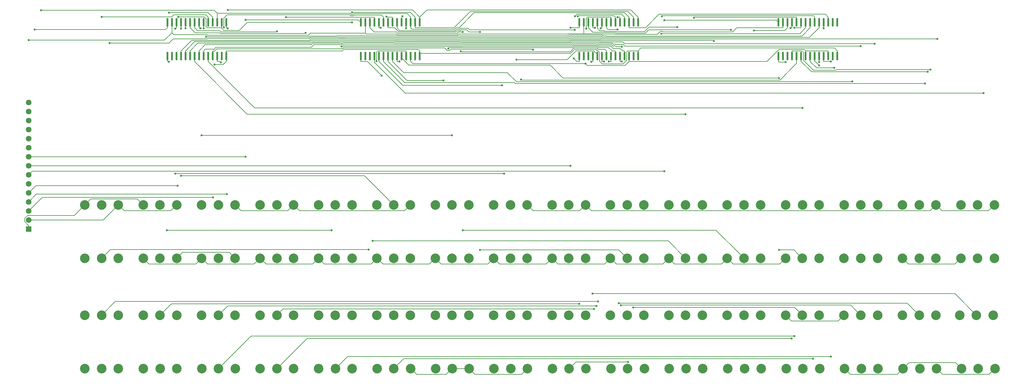
<source format=gbr>
%TF.GenerationSoftware,KiCad,Pcbnew,9.0.0*%
%TF.CreationDate,2025-03-18T21:00:27+01:00*%
%TF.ProjectId,to_ROMRAM_using_SWRegisters,746f5f52-4f4d-4524-914d-5f7573696e67,rev?*%
%TF.SameCoordinates,Original*%
%TF.FileFunction,Copper,L1,Top*%
%TF.FilePolarity,Positive*%
%FSLAX46Y46*%
G04 Gerber Fmt 4.6, Leading zero omitted, Abs format (unit mm)*
G04 Created by KiCad (PCBNEW 9.0.0) date 2025-03-18 21:00:27*
%MOMM*%
%LPD*%
G01*
G04 APERTURE LIST*
%TA.AperFunction,ComponentPad*%
%ADD10C,2.700000*%
%TD*%
%TA.AperFunction,SMDPad,CuDef*%
%ADD11O,0.574000X2.388000*%
%TD*%
%TA.AperFunction,ComponentPad*%
%ADD12R,1.600000X1.600000*%
%TD*%
%TA.AperFunction,ComponentPad*%
%ADD13C,1.600000*%
%TD*%
%TA.AperFunction,ViaPad*%
%ADD14C,0.600000*%
%TD*%
%TA.AperFunction,Conductor*%
%ADD15C,0.200000*%
%TD*%
G04 APERTURE END LIST*
D10*
%TO.P,v_dg0_a40,1,A*%
%TO.N,Net-(J1-Pin_1)*%
X165696900Y-147500000D03*
%TO.P,v_dg0_a40,2,B*%
%TO.N,Net-(U5-IN2)*%
X170396900Y-147500000D03*
%TO.P,v_dg0_a40,3,C*%
%TO.N,Net-(J1-Pin_2)*%
X175096900Y-147500000D03*
%TD*%
%TO.P,v_dg0_a29,1,A*%
%TO.N,Net-(J1-Pin_1)*%
X247632400Y-131500000D03*
%TO.P,v_dg0_a29,2,B*%
%TO.N,Net-(U4-IN12)*%
X252332400Y-131500000D03*
%TO.P,v_dg0_a29,3,C*%
%TO.N,Net-(J1-Pin_2)*%
X257032400Y-131500000D03*
%TD*%
%TO.P,v_dg0_a11,1,A*%
%TO.N,Net-(J1-Pin_1)*%
X214863100Y-116500000D03*
%TO.P,v_dg0_a11,2,B*%
%TO.N,Net-(U3-IN15)*%
X219563100Y-116500000D03*
%TO.P,v_dg0_a11,3,C*%
%TO.N,Net-(J1-Pin_2)*%
X224263100Y-116500000D03*
%TD*%
%TO.P,v_dg0_a7,1,A*%
%TO.N,Net-(J1-Pin_1)*%
X149312900Y-116500000D03*
%TO.P,v_dg0_a7,2,B*%
%TO.N,Net-(U3-IN8)*%
X154012900Y-116500000D03*
%TO.P,v_dg0_a7,3,C*%
%TO.N,Net-(J1-Pin_2)*%
X158712900Y-116500000D03*
%TD*%
%TO.P,v_dg0_a21,1,A*%
%TO.N,Net-(J1-Pin_1)*%
X116535600Y-131500000D03*
%TO.P,v_dg0_a21,2,B*%
%TO.N,Net-(U4-IN11)*%
X121235600Y-131500000D03*
%TO.P,v_dg0_a21,3,C*%
%TO.N,Net-(J1-Pin_2)*%
X125935600Y-131500000D03*
%TD*%
%TO.P,v_dg0_a8,1,A*%
%TO.N,Net-(J1-Pin_1)*%
X165700400Y-116500000D03*
%TO.P,v_dg0_a8,2,B*%
%TO.N,Net-(U3-IN9)*%
X170400400Y-116500000D03*
%TO.P,v_dg0_a8,3,C*%
%TO.N,Net-(J1-Pin_2)*%
X175100400Y-116500000D03*
%TD*%
%TO.P,v_dg0_a10,1,A*%
%TO.N,Net-(J1-Pin_1)*%
X198475600Y-116500000D03*
%TO.P,v_dg0_a10,2,B*%
%TO.N,Net-(U3-IN13)*%
X203175600Y-116500000D03*
%TO.P,v_dg0_a10,3,C*%
%TO.N,Net-(J1-Pin_2)*%
X207875600Y-116500000D03*
%TD*%
%TO.P,v_dg0_a48,1,A*%
%TO.N,Net-(J1-Pin_1)*%
X34600000Y-162500000D03*
%TO.P,v_dg0_a48,2,B*%
%TO.N,Net-(U6-IN1)*%
X39300000Y-162500000D03*
%TO.P,v_dg0_a48,3,C*%
%TO.N,Net-(J1-Pin_2)*%
X44000000Y-162500000D03*
%TD*%
%TO.P,v_dg0_a61,1,A*%
%TO.N,Net-(J1-Pin_1)*%
X247800000Y-162500000D03*
%TO.P,v_dg0_a61,2,B*%
%TO.N,Net-(U6-IN12)*%
X252500000Y-162500000D03*
%TO.P,v_dg0_a61,3,C*%
%TO.N,Net-(J1-Pin_2)*%
X257200000Y-162500000D03*
%TD*%
%TO.P,v_dg0_a39,1,A*%
%TO.N,Net-(J1-Pin_1)*%
X149309800Y-147500000D03*
%TO.P,v_dg0_a39,2,B*%
%TO.N,Net-(U5-IN15)*%
X154009800Y-147500000D03*
%TO.P,v_dg0_a39,3,C*%
%TO.N,Net-(J1-Pin_2)*%
X158709800Y-147500000D03*
%TD*%
%TO.P,v_dg0_a14,1,A*%
%TO.N,Net-(J1-Pin_1)*%
X264025800Y-116500000D03*
%TO.P,v_dg0_a14,2,B*%
%TO.N,Net-(U3-IN14)*%
X268725800Y-116500000D03*
%TO.P,v_dg0_a14,3,C*%
%TO.N,Net-(J1-Pin_2)*%
X273425800Y-116500000D03*
%TD*%
%TO.P,v_dg0_a20,1,A*%
%TO.N,Net-(J1-Pin_1)*%
X100148400Y-131500000D03*
%TO.P,v_dg0_a20,2,B*%
%TO.N,Net-(U4-IN9)*%
X104848400Y-131500000D03*
%TO.P,v_dg0_a20,3,C*%
%TO.N,Net-(J1-Pin_2)*%
X109548400Y-131500000D03*
%TD*%
%TO.P,v_dg0_a46,1,A*%
%TO.N,Net-(J1-Pin_1)*%
X264019600Y-147500000D03*
%TO.P,v_dg0_a46,2,B*%
%TO.N,Net-(U5-IN14)*%
X268719600Y-147500000D03*
%TO.P,v_dg0_a46,3,C*%
%TO.N,Net-(J1-Pin_2)*%
X273419600Y-147500000D03*
%TD*%
%TO.P,v_dg0_a42,1,A*%
%TO.N,Net-(J1-Pin_1)*%
X198471100Y-147500000D03*
%TO.P,v_dg0_a42,2,B*%
%TO.N,Net-(U5-IN6)*%
X203171100Y-147500000D03*
%TO.P,v_dg0_a42,3,C*%
%TO.N,Net-(J1-Pin_2)*%
X207871100Y-147500000D03*
%TD*%
%TO.P,v_dg0_a27,1,A*%
%TO.N,Net-(J1-Pin_1)*%
X214858200Y-131500000D03*
%TO.P,v_dg0_a27,2,B*%
%TO.N,Net-(U4-IN8)*%
X219558200Y-131500000D03*
%TO.P,v_dg0_a27,3,C*%
%TO.N,Net-(J1-Pin_2)*%
X224258200Y-131500000D03*
%TD*%
D11*
%TO.P,U3,1,+VSUPPLY*%
%TO.N,Net-(J1-Pin_1)*%
X57745000Y-74744000D03*
%TO.P,U3,2,NC*%
%TO.N,unconnected-(U3-NC-Pad2)*%
X59015000Y-74744000D03*
%TO.P,U3,3,NC*%
%TO.N,unconnected-(U3-NC-Pad3)*%
X60285000Y-74744000D03*
%TO.P,U3,4,IN16*%
%TO.N,Net-(U3-IN16)*%
X61555000Y-74744000D03*
%TO.P,U3,5,IN15*%
%TO.N,Net-(U3-IN15)*%
X62825000Y-74744000D03*
%TO.P,U3,6,IN14*%
%TO.N,Net-(U3-IN14)*%
X64095000Y-74744000D03*
%TO.P,U3,7,IN13*%
%TO.N,Net-(U3-IN13)*%
X65365000Y-74744000D03*
%TO.P,U3,8,IN12*%
%TO.N,Net-(U3-IN12)*%
X66635000Y-74744000D03*
%TO.P,U3,9,IN11*%
%TO.N,Net-(U3-IN11)*%
X67905000Y-74744000D03*
%TO.P,U3,10,IN10*%
%TO.N,Net-(U3-IN10)*%
X69175000Y-74744000D03*
%TO.P,U3,11,IN9*%
%TO.N,Net-(U3-IN9)*%
X70445000Y-74744000D03*
%TO.P,U3,12,GND*%
%TO.N,Net-(J1-Pin_2)*%
X71715000Y-74744000D03*
%TO.P,U3,13,NC*%
%TO.N,unconnected-(U3-NC-Pad13)*%
X72985000Y-74744000D03*
%TO.P,U3,14,AdrA3*%
%TO.N,Net-(J1-Pin_3)*%
X74255000Y-74744000D03*
%TO.P,U3,15,AdrA2*%
%TO.N,Net-(J1-Pin_4)*%
X74255000Y-65256000D03*
%TO.P,U3,16,AdrA1*%
%TO.N,Net-(J1-Pin_5)*%
X72985000Y-65256000D03*
%TO.P,U3,17,AdrA0*%
%TO.N,Net-(J1-Pin_6)*%
X71715000Y-65256000D03*
%TO.P,U3,18,ENABLE*%
%TO.N,Net-(J1-Pin_1)*%
X70445000Y-65256000D03*
%TO.P,U3,19,IN1*%
%TO.N,Net-(U3-IN1)*%
X69175000Y-65256000D03*
%TO.P,U3,20,IN2*%
%TO.N,Net-(U3-IN2)*%
X67905000Y-65256000D03*
%TO.P,U3,21,IN3*%
%TO.N,Net-(U3-IN3)*%
X66635000Y-65256000D03*
%TO.P,U3,22,IN4*%
%TO.N,Net-(U3-IN4)*%
X65365000Y-65256000D03*
%TO.P,U3,23,IN5*%
%TO.N,Net-(U3-IN5)*%
X64095000Y-65256000D03*
%TO.P,U3,24,IN6*%
%TO.N,Net-(U3-IN6)*%
X62825000Y-65256000D03*
%TO.P,U3,25,IN7*%
%TO.N,Net-(U3-IN7)*%
X61555000Y-65256000D03*
%TO.P,U3,26,IN8*%
%TO.N,Net-(U3-IN8)*%
X60285000Y-65256000D03*
%TO.P,U3,27,-VSUPPLY*%
%TO.N,Net-(J1-Pin_15)*%
X59015000Y-65256000D03*
%TO.P,U3,28,OUT*%
%TO.N,Net-(J1-Pin_10)*%
X57745000Y-65256000D03*
%TD*%
D10*
%TO.P,v_dg0_a26,1,A*%
%TO.N,Net-(J1-Pin_1)*%
X198471100Y-131500000D03*
%TO.P,v_dg0_a26,2,B*%
%TO.N,Net-(U4-IN6)*%
X203171100Y-131500000D03*
%TO.P,v_dg0_a26,3,C*%
%TO.N,Net-(J1-Pin_2)*%
X207871100Y-131500000D03*
%TD*%
%TO.P,v_dg0_a41,1,A*%
%TO.N,Net-(J1-Pin_1)*%
X182084000Y-147500000D03*
%TO.P,v_dg0_a41,2,B*%
%TO.N,Net-(U5-IN4)*%
X186784000Y-147500000D03*
%TO.P,v_dg0_a41,3,C*%
%TO.N,Net-(J1-Pin_2)*%
X191484000Y-147500000D03*
%TD*%
%TO.P,v_dg0_a13,1,A*%
%TO.N,Net-(J1-Pin_1)*%
X247638200Y-116500000D03*
%TO.P,v_dg0_a13,2,B*%
%TO.N,Net-(U3-IN12)*%
X252338200Y-116500000D03*
%TO.P,v_dg0_a13,3,C*%
%TO.N,Net-(J1-Pin_2)*%
X257038200Y-116500000D03*
%TD*%
%TO.P,v_dg0_a25,1,A*%
%TO.N,Net-(J1-Pin_1)*%
X182084000Y-131500000D03*
%TO.P,v_dg0_a25,2,B*%
%TO.N,Net-(U4-IN4)*%
X186784000Y-131500000D03*
%TO.P,v_dg0_a25,3,C*%
%TO.N,Net-(J1-Pin_2)*%
X191484000Y-131500000D03*
%TD*%
%TO.P,v_dg0_a36,1,A*%
%TO.N,Net-(J1-Pin_1)*%
X100148400Y-147500000D03*
%TO.P,v_dg0_a36,2,B*%
%TO.N,Net-(U5-IN9)*%
X104848400Y-147500000D03*
%TO.P,v_dg0_a36,3,C*%
%TO.N,Net-(J1-Pin_2)*%
X109548400Y-147500000D03*
%TD*%
%TO.P,v_dg0_a28,1,A*%
%TO.N,Net-(J1-Pin_1)*%
X231245300Y-131500000D03*
%TO.P,v_dg0_a28,2,B*%
%TO.N,Net-(U4-IN10)*%
X235945300Y-131500000D03*
%TO.P,v_dg0_a28,3,C*%
%TO.N,Net-(J1-Pin_2)*%
X240645300Y-131500000D03*
%TD*%
%TO.P,v_dg0_a60,1,A*%
%TO.N,Net-(J1-Pin_1)*%
X231400000Y-162500000D03*
%TO.P,v_dg0_a60,2,B*%
%TO.N,Net-(U6-IN10)*%
X236100000Y-162500000D03*
%TO.P,v_dg0_a60,3,C*%
%TO.N,Net-(J1-Pin_2)*%
X240800000Y-162500000D03*
%TD*%
%TO.P,v_dg0_a24,1,A*%
%TO.N,Net-(J1-Pin_1)*%
X165696900Y-131500000D03*
%TO.P,v_dg0_a24,2,B*%
%TO.N,Net-(U4-IN2)*%
X170396900Y-131500000D03*
%TO.P,v_dg0_a24,3,C*%
%TO.N,Net-(J1-Pin_2)*%
X175096900Y-131500000D03*
%TD*%
%TO.P,v_dg0_a31,1,A*%
%TO.N,Net-(J1-Pin_1)*%
X280406700Y-131500000D03*
%TO.P,v_dg0_a31,2,B*%
%TO.N,Net-(U4-IN16)*%
X285106700Y-131500000D03*
%TO.P,v_dg0_a31,3,C*%
%TO.N,Net-(J1-Pin_2)*%
X289806700Y-131500000D03*
%TD*%
%TO.P,v_dg0_a58,1,A*%
%TO.N,Net-(J1-Pin_1)*%
X198600000Y-162500000D03*
%TO.P,v_dg0_a58,2,B*%
%TO.N,Net-(U6-IN6)*%
X203300000Y-162500000D03*
%TO.P,v_dg0_a58,3,C*%
%TO.N,Net-(J1-Pin_2)*%
X208000000Y-162500000D03*
%TD*%
D11*
%TO.P,U6,1,+VSUPPLY*%
%TO.N,Net-(J1-Pin_1)*%
X229245000Y-74744000D03*
%TO.P,U6,2,NC*%
%TO.N,unconnected-(U6-NC-Pad2)*%
X230515000Y-74744000D03*
%TO.P,U6,3,NC*%
%TO.N,unconnected-(U6-NC-Pad3)*%
X231785000Y-74744000D03*
%TO.P,U6,4,IN16*%
%TO.N,Net-(U6-IN16)*%
X233055000Y-74744000D03*
%TO.P,U6,5,IN15*%
%TO.N,Net-(U6-IN15)*%
X234325000Y-74744000D03*
%TO.P,U6,6,IN14*%
%TO.N,Net-(U6-IN14)*%
X235595000Y-74744000D03*
%TO.P,U6,7,IN13*%
%TO.N,Net-(U6-IN13)*%
X236865000Y-74744000D03*
%TO.P,U6,8,IN12*%
%TO.N,Net-(U6-IN12)*%
X238135000Y-74744000D03*
%TO.P,U6,9,IN11*%
%TO.N,Net-(U6-IN11)*%
X239405000Y-74744000D03*
%TO.P,U6,10,IN10*%
%TO.N,Net-(U6-IN10)*%
X240675000Y-74744000D03*
%TO.P,U6,11,IN9*%
%TO.N,Net-(U6-IN9)*%
X241945000Y-74744000D03*
%TO.P,U6,12,GND*%
%TO.N,Net-(J1-Pin_2)*%
X243215000Y-74744000D03*
%TO.P,U6,13,NC*%
%TO.N,unconnected-(U6-NC-Pad13)*%
X244485000Y-74744000D03*
%TO.P,U6,14,AdrA3*%
%TO.N,Net-(J1-Pin_3)*%
X245755000Y-74744000D03*
%TO.P,U6,15,AdrA2*%
%TO.N,Net-(J1-Pin_4)*%
X245755000Y-65256000D03*
%TO.P,U6,16,AdrA1*%
%TO.N,Net-(J1-Pin_5)*%
X244485000Y-65256000D03*
%TO.P,U6,17,AdrA0*%
%TO.N,Net-(J1-Pin_6)*%
X243215000Y-65256000D03*
%TO.P,U6,18,ENABLE*%
%TO.N,Net-(J1-Pin_1)*%
X241945000Y-65256000D03*
%TO.P,U6,19,IN1*%
%TO.N,Net-(U6-IN1)*%
X240675000Y-65256000D03*
%TO.P,U6,20,IN2*%
%TO.N,Net-(U6-IN2)*%
X239405000Y-65256000D03*
%TO.P,U6,21,IN3*%
%TO.N,Net-(U6-IN3)*%
X238135000Y-65256000D03*
%TO.P,U6,22,IN4*%
%TO.N,Net-(U6-IN4)*%
X236865000Y-65256000D03*
%TO.P,U6,23,IN5*%
%TO.N,Net-(U6-IN5)*%
X235595000Y-65256000D03*
%TO.P,U6,24,IN6*%
%TO.N,Net-(U6-IN6)*%
X234325000Y-65256000D03*
%TO.P,U6,25,IN7*%
%TO.N,Net-(U6-IN7)*%
X233055000Y-65256000D03*
%TO.P,U6,26,IN8*%
%TO.N,Net-(U6-IN8)*%
X231785000Y-65256000D03*
%TO.P,U6,27,-VSUPPLY*%
%TO.N,Net-(J1-Pin_15)*%
X230515000Y-65256000D03*
%TO.P,U6,28,OUT*%
%TO.N,Net-(J1-Pin_7)*%
X229245000Y-65256000D03*
%TD*%
D12*
%TO.P,J1,1,Pin_1*%
%TO.N,Net-(J1-Pin_1)*%
X18831000Y-123286000D03*
D13*
%TO.P,J1,2,Pin_2*%
%TO.N,Net-(J1-Pin_2)*%
X18831000Y-120746000D03*
%TO.P,J1,3,Pin_3*%
%TO.N,Net-(J1-Pin_3)*%
X18831000Y-118206000D03*
%TO.P,J1,4,Pin_4*%
%TO.N,Net-(J1-Pin_4)*%
X18831000Y-115666000D03*
%TO.P,J1,5,Pin_5*%
%TO.N,Net-(J1-Pin_5)*%
X18831000Y-113126000D03*
%TO.P,J1,6,Pin_6*%
%TO.N,Net-(J1-Pin_6)*%
X18831000Y-110586000D03*
%TO.P,J1,7,Pin_7*%
%TO.N,Net-(J1-Pin_7)*%
X18831000Y-108046000D03*
%TO.P,J1,8,Pin_8*%
%TO.N,Net-(J1-Pin_8)*%
X18831000Y-105506000D03*
%TO.P,J1,9,Pin_9*%
%TO.N,Net-(J1-Pin_9)*%
X18831000Y-102966000D03*
%TO.P,J1,10,Pin_10*%
%TO.N,Net-(J1-Pin_10)*%
X18831000Y-100426000D03*
%TO.P,J1,11,Pin_11*%
%TO.N,unconnected-(J1-Pin_11-Pad11)*%
X18831000Y-97886000D03*
%TO.P,J1,12,Pin_12*%
%TO.N,unconnected-(J1-Pin_12-Pad12)*%
X18831000Y-95346000D03*
%TO.P,J1,13,Pin_13*%
%TO.N,unconnected-(J1-Pin_13-Pad13)*%
X18831000Y-92806000D03*
%TO.P,J1,14,Pin_14*%
%TO.N,unconnected-(J1-Pin_14-Pad14)*%
X18831000Y-90266000D03*
%TO.P,J1,15,Pin_15*%
%TO.N,Net-(J1-Pin_15)*%
X18831000Y-87726000D03*
%TD*%
D10*
%TO.P,v_dg0_a62,1,A*%
%TO.N,Net-(J1-Pin_1)*%
X264200000Y-162500000D03*
%TO.P,v_dg0_a62,2,B*%
%TO.N,Net-(U6-IN14)*%
X268900000Y-162500000D03*
%TO.P,v_dg0_a62,3,C*%
%TO.N,Net-(J1-Pin_2)*%
X273600000Y-162500000D03*
%TD*%
D11*
%TO.P,U5,1,+VSUPPLY*%
%TO.N,Net-(J1-Pin_1)*%
X173300000Y-74744000D03*
%TO.P,U5,2,NC*%
%TO.N,unconnected-(U5-NC-Pad2)*%
X174570000Y-74744000D03*
%TO.P,U5,3,NC*%
%TO.N,unconnected-(U5-NC-Pad3)*%
X175840000Y-74744000D03*
%TO.P,U5,4,IN16*%
%TO.N,Net-(U5-IN16)*%
X177110000Y-74744000D03*
%TO.P,U5,5,IN15*%
%TO.N,Net-(U5-IN15)*%
X178380000Y-74744000D03*
%TO.P,U5,6,IN14*%
%TO.N,Net-(U5-IN14)*%
X179650000Y-74744000D03*
%TO.P,U5,7,IN13*%
%TO.N,Net-(U5-IN13)*%
X180920000Y-74744000D03*
%TO.P,U5,8,IN12*%
%TO.N,Net-(U5-IN12)*%
X182190000Y-74744000D03*
%TO.P,U5,9,IN11*%
%TO.N,Net-(U5-IN11)*%
X183460000Y-74744000D03*
%TO.P,U5,10,IN10*%
%TO.N,Net-(U5-IN10)*%
X184730000Y-74744000D03*
%TO.P,U5,11,IN9*%
%TO.N,Net-(U5-IN9)*%
X186000000Y-74744000D03*
%TO.P,U5,12,GND*%
%TO.N,Net-(J1-Pin_2)*%
X187270000Y-74744000D03*
%TO.P,U5,13,NC*%
%TO.N,unconnected-(U5-NC-Pad13)*%
X188540000Y-74744000D03*
%TO.P,U5,14,AdrA3*%
%TO.N,Net-(J1-Pin_3)*%
X189810000Y-74744000D03*
%TO.P,U5,15,AdrA2*%
%TO.N,Net-(J1-Pin_4)*%
X189810000Y-65256000D03*
%TO.P,U5,16,AdrA1*%
%TO.N,Net-(J1-Pin_5)*%
X188540000Y-65256000D03*
%TO.P,U5,17,AdrA0*%
%TO.N,Net-(J1-Pin_6)*%
X187270000Y-65256000D03*
%TO.P,U5,18,ENABLE*%
%TO.N,Net-(J1-Pin_1)*%
X186000000Y-65256000D03*
%TO.P,U5,19,IN1*%
%TO.N,Net-(U5-IN1)*%
X184730000Y-65256000D03*
%TO.P,U5,20,IN2*%
%TO.N,Net-(U5-IN2)*%
X183460000Y-65256000D03*
%TO.P,U5,21,IN3*%
%TO.N,Net-(U5-IN3)*%
X182190000Y-65256000D03*
%TO.P,U5,22,IN4*%
%TO.N,Net-(U5-IN4)*%
X180920000Y-65256000D03*
%TO.P,U5,23,IN5*%
%TO.N,Net-(U5-IN5)*%
X179650000Y-65256000D03*
%TO.P,U5,24,IN6*%
%TO.N,Net-(U5-IN6)*%
X178380000Y-65256000D03*
%TO.P,U5,25,IN7*%
%TO.N,Net-(U5-IN7)*%
X177110000Y-65256000D03*
%TO.P,U5,26,IN8*%
%TO.N,Net-(U5-IN8)*%
X175840000Y-65256000D03*
%TO.P,U5,27,-VSUPPLY*%
%TO.N,Net-(J1-Pin_15)*%
X174570000Y-65256000D03*
%TO.P,U5,28,OUT*%
%TO.N,Net-(J1-Pin_8)*%
X173300000Y-65256000D03*
%TD*%
D10*
%TO.P,v_dg0_a22,1,A*%
%TO.N,Net-(J1-Pin_1)*%
X132922700Y-131500000D03*
%TO.P,v_dg0_a22,2,B*%
%TO.N,Net-(U4-IN13)*%
X137622700Y-131500000D03*
%TO.P,v_dg0_a22,3,C*%
%TO.N,Net-(J1-Pin_2)*%
X142322700Y-131500000D03*
%TD*%
%TO.P,v_dg0_a34,1,A*%
%TO.N,Net-(J1-Pin_1)*%
X67374200Y-147500000D03*
%TO.P,v_dg0_a34,2,B*%
%TO.N,Net-(U5-IN5)*%
X72074200Y-147500000D03*
%TO.P,v_dg0_a34,3,C*%
%TO.N,Net-(J1-Pin_2)*%
X76774200Y-147500000D03*
%TD*%
%TO.P,v_dg0_a57,1,A*%
%TO.N,Net-(J1-Pin_1)*%
X182200000Y-162500000D03*
%TO.P,v_dg0_a57,2,B*%
%TO.N,Net-(U6-IN4)*%
X186900000Y-162500000D03*
%TO.P,v_dg0_a57,3,C*%
%TO.N,Net-(J1-Pin_2)*%
X191600000Y-162500000D03*
%TD*%
%TO.P,v_dg0_a16,1,A*%
%TO.N,Net-(J1-Pin_1)*%
X34600000Y-131500000D03*
%TO.P,v_dg0_a16,2,B*%
%TO.N,Net-(U4-IN1)*%
X39300000Y-131500000D03*
%TO.P,v_dg0_a16,3,C*%
%TO.N,Net-(J1-Pin_2)*%
X44000000Y-131500000D03*
%TD*%
%TO.P,v_dg0_a50,1,A*%
%TO.N,Net-(J1-Pin_1)*%
X67400000Y-162500000D03*
%TO.P,v_dg0_a50,2,B*%
%TO.N,Net-(U6-IN5)*%
X72100000Y-162500000D03*
%TO.P,v_dg0_a50,3,C*%
%TO.N,Net-(J1-Pin_2)*%
X76800000Y-162500000D03*
%TD*%
%TO.P,v_dg0_a15,1,A*%
%TO.N,Net-(J1-Pin_1)*%
X280413300Y-116500000D03*
%TO.P,v_dg0_a15,2,B*%
%TO.N,Net-(U3-IN16)*%
X285113300Y-116500000D03*
%TO.P,v_dg0_a15,3,C*%
%TO.N,Net-(J1-Pin_2)*%
X289813300Y-116500000D03*
%TD*%
%TO.P,v_dg0_a19,1,A*%
%TO.N,Net-(J1-Pin_1)*%
X83761300Y-131500000D03*
%TO.P,v_dg0_a19,2,B*%
%TO.N,Net-(U4-IN7)*%
X88461300Y-131500000D03*
%TO.P,v_dg0_a19,3,C*%
%TO.N,Net-(J1-Pin_2)*%
X93161300Y-131500000D03*
%TD*%
%TO.P,v_dg0_a33,1,A*%
%TO.N,Net-(J1-Pin_1)*%
X50987100Y-147500000D03*
%TO.P,v_dg0_a33,2,B*%
%TO.N,Net-(U5-IN3)*%
X55687100Y-147500000D03*
%TO.P,v_dg0_a33,3,C*%
%TO.N,Net-(J1-Pin_2)*%
X60387100Y-147500000D03*
%TD*%
D11*
%TO.P,U4,1,+VSUPPLY*%
%TO.N,Net-(J1-Pin_1)*%
X112030000Y-74744000D03*
%TO.P,U4,2,NC*%
%TO.N,unconnected-(U4-NC-Pad2)*%
X113300000Y-74744000D03*
%TO.P,U4,3,NC*%
%TO.N,unconnected-(U4-NC-Pad3)*%
X114570000Y-74744000D03*
%TO.P,U4,4,IN16*%
%TO.N,Net-(U4-IN16)*%
X115840000Y-74744000D03*
%TO.P,U4,5,IN15*%
%TO.N,Net-(U4-IN15)*%
X117110000Y-74744000D03*
%TO.P,U4,6,IN14*%
%TO.N,Net-(U4-IN14)*%
X118380000Y-74744000D03*
%TO.P,U4,7,IN13*%
%TO.N,Net-(U4-IN13)*%
X119650000Y-74744000D03*
%TO.P,U4,8,IN12*%
%TO.N,Net-(U4-IN12)*%
X120920000Y-74744000D03*
%TO.P,U4,9,IN11*%
%TO.N,Net-(U4-IN11)*%
X122190000Y-74744000D03*
%TO.P,U4,10,IN10*%
%TO.N,Net-(U4-IN10)*%
X123460000Y-74744000D03*
%TO.P,U4,11,IN9*%
%TO.N,Net-(U4-IN9)*%
X124730000Y-74744000D03*
%TO.P,U4,12,GND*%
%TO.N,Net-(J1-Pin_2)*%
X126000000Y-74744000D03*
%TO.P,U4,13,NC*%
%TO.N,unconnected-(U4-NC-Pad13)*%
X127270000Y-74744000D03*
%TO.P,U4,14,AdrA3*%
%TO.N,Net-(J1-Pin_3)*%
X128540000Y-74744000D03*
%TO.P,U4,15,AdrA2*%
%TO.N,Net-(J1-Pin_4)*%
X128540000Y-65256000D03*
%TO.P,U4,16,AdrA1*%
%TO.N,Net-(J1-Pin_5)*%
X127270000Y-65256000D03*
%TO.P,U4,17,AdrA0*%
%TO.N,Net-(J1-Pin_6)*%
X126000000Y-65256000D03*
%TO.P,U4,18,ENABLE*%
%TO.N,Net-(J1-Pin_1)*%
X124730000Y-65256000D03*
%TO.P,U4,19,IN1*%
%TO.N,Net-(U4-IN1)*%
X123460000Y-65256000D03*
%TO.P,U4,20,IN2*%
%TO.N,Net-(U4-IN2)*%
X122190000Y-65256000D03*
%TO.P,U4,21,IN3*%
%TO.N,Net-(U4-IN3)*%
X120920000Y-65256000D03*
%TO.P,U4,22,IN4*%
%TO.N,Net-(U4-IN4)*%
X119650000Y-65256000D03*
%TO.P,U4,23,IN5*%
%TO.N,Net-(U4-IN5)*%
X118380000Y-65256000D03*
%TO.P,U4,24,IN6*%
%TO.N,Net-(U4-IN6)*%
X117110000Y-65256000D03*
%TO.P,U4,25,IN7*%
%TO.N,Net-(U4-IN7)*%
X115840000Y-65256000D03*
%TO.P,U4,26,IN8*%
%TO.N,Net-(U4-IN8)*%
X114570000Y-65256000D03*
%TO.P,U4,27,-VSUPPLY*%
%TO.N,Net-(J1-Pin_15)*%
X113300000Y-65256000D03*
%TO.P,U4,28,OUT*%
%TO.N,Net-(J1-Pin_9)*%
X112030000Y-65256000D03*
%TD*%
D10*
%TO.P,v_dg0_a55,1,A*%
%TO.N,Net-(J1-Pin_1)*%
X149400000Y-162500000D03*
%TO.P,v_dg0_a55,2,B*%
%TO.N,Net-(U6-IN15)*%
X154100000Y-162500000D03*
%TO.P,v_dg0_a55,3,C*%
%TO.N,Net-(J1-Pin_2)*%
X158800000Y-162500000D03*
%TD*%
%TO.P,v_dg0_a53,1,A*%
%TO.N,Net-(J1-Pin_1)*%
X116600000Y-162500000D03*
%TO.P,v_dg0_a53,2,B*%
%TO.N,Net-(U6-IN11)*%
X121300000Y-162500000D03*
%TO.P,v_dg0_a53,3,C*%
%TO.N,Net-(J1-Pin_2)*%
X126000000Y-162500000D03*
%TD*%
%TO.P,v_dg0_a1,1,A*%
%TO.N,Net-(J1-Pin_1)*%
X50987600Y-116500000D03*
%TO.P,v_dg0_a1,2,B*%
%TO.N,Net-(U3-IN2)*%
X55687600Y-116500000D03*
%TO.P,v_dg0_a1,3,C*%
%TO.N,Net-(J1-Pin_2)*%
X60387600Y-116500000D03*
%TD*%
%TO.P,v_dg0_a6,1,A*%
%TO.N,Net-(J1-Pin_1)*%
X132925300Y-116500000D03*
%TO.P,v_dg0_a6,2,B*%
%TO.N,Net-(U3-IN6)*%
X137625300Y-116500000D03*
%TO.P,v_dg0_a6,3,C*%
%TO.N,Net-(J1-Pin_2)*%
X142325300Y-116500000D03*
%TD*%
%TO.P,v_dg0_a59,1,A*%
%TO.N,Net-(J1-Pin_1)*%
X215000000Y-162500000D03*
%TO.P,v_dg0_a59,2,B*%
%TO.N,Net-(U6-IN8)*%
X219700000Y-162500000D03*
%TO.P,v_dg0_a59,3,C*%
%TO.N,Net-(J1-Pin_2)*%
X224400000Y-162500000D03*
%TD*%
%TO.P,v_dg0_a3,1,A*%
%TO.N,Net-(J1-Pin_1)*%
X83762700Y-116500000D03*
%TO.P,v_dg0_a3,2,B*%
%TO.N,Net-(U3-IN4)*%
X88462700Y-116500000D03*
%TO.P,v_dg0_a3,3,C*%
%TO.N,Net-(J1-Pin_2)*%
X93162700Y-116500000D03*
%TD*%
%TO.P,v_dg0_a37,1,A*%
%TO.N,Net-(J1-Pin_1)*%
X116535600Y-147500000D03*
%TO.P,v_dg0_a37,2,B*%
%TO.N,Net-(U5-IN11)*%
X121235600Y-147500000D03*
%TO.P,v_dg0_a37,3,C*%
%TO.N,Net-(J1-Pin_2)*%
X125935600Y-147500000D03*
%TD*%
%TO.P,v_dg0_a12,1,A*%
%TO.N,Net-(J1-Pin_1)*%
X231250700Y-116500000D03*
%TO.P,v_dg0_a12,2,B*%
%TO.N,Net-(U3-IN10)*%
X235950700Y-116500000D03*
%TO.P,v_dg0_a12,3,C*%
%TO.N,Net-(J1-Pin_2)*%
X240650700Y-116500000D03*
%TD*%
%TO.P,v_dg0_a18,1,A*%
%TO.N,Net-(J1-Pin_1)*%
X67374200Y-131500000D03*
%TO.P,v_dg0_a18,2,B*%
%TO.N,Net-(U4-IN5)*%
X72074200Y-131500000D03*
%TO.P,v_dg0_a18,3,C*%
%TO.N,Net-(J1-Pin_2)*%
X76774200Y-131500000D03*
%TD*%
%TO.P,v_dg0_a0,1,A*%
%TO.N,Net-(J1-Pin_1)*%
X34600000Y-116500000D03*
%TO.P,v_dg0_a0,2,B*%
%TO.N,Net-(U3-IN1)*%
X39300000Y-116500000D03*
%TO.P,v_dg0_a0,3,C*%
%TO.N,Net-(J1-Pin_2)*%
X44000000Y-116500000D03*
%TD*%
%TO.P,v_dg0_a35,1,A*%
%TO.N,Net-(J1-Pin_1)*%
X83761300Y-147500000D03*
%TO.P,v_dg0_a35,2,B*%
%TO.N,Net-(U5-IN7)*%
X88461300Y-147500000D03*
%TO.P,v_dg0_a35,3,C*%
%TO.N,Net-(J1-Pin_2)*%
X93161300Y-147500000D03*
%TD*%
%TO.P,v_dg0_a2,1,A*%
%TO.N,Net-(J1-Pin_1)*%
X67375100Y-116500000D03*
%TO.P,v_dg0_a2,2,B*%
%TO.N,Net-(U3-IN3)*%
X72075100Y-116500000D03*
%TO.P,v_dg0_a2,3,C*%
%TO.N,Net-(J1-Pin_2)*%
X76775100Y-116500000D03*
%TD*%
%TO.P,v_dg0_a30,1,A*%
%TO.N,Net-(J1-Pin_1)*%
X264019600Y-131500000D03*
%TO.P,v_dg0_a30,2,B*%
%TO.N,Net-(U4-IN14)*%
X268719600Y-131500000D03*
%TO.P,v_dg0_a30,3,C*%
%TO.N,Net-(J1-Pin_2)*%
X273419600Y-131500000D03*
%TD*%
%TO.P,v_dg0_a32,1,A*%
%TO.N,Net-(J1-Pin_1)*%
X34600000Y-147500000D03*
%TO.P,v_dg0_a32,2,B*%
%TO.N,Net-(U5-IN1)*%
X39300000Y-147500000D03*
%TO.P,v_dg0_a32,3,C*%
%TO.N,Net-(J1-Pin_2)*%
X44000000Y-147500000D03*
%TD*%
%TO.P,v_dg0_a9,1,A*%
%TO.N,Net-(J1-Pin_1)*%
X182088000Y-116500000D03*
%TO.P,v_dg0_a9,2,B*%
%TO.N,Net-(U3-IN11)*%
X186788000Y-116500000D03*
%TO.P,v_dg0_a9,3,C*%
%TO.N,Net-(J1-Pin_2)*%
X191488000Y-116500000D03*
%TD*%
%TO.P,v_dg0_a45,1,A*%
%TO.N,Net-(J1-Pin_1)*%
X247632400Y-147500000D03*
%TO.P,v_dg0_a45,2,B*%
%TO.N,Net-(U5-IN12)*%
X252332400Y-147500000D03*
%TO.P,v_dg0_a45,3,C*%
%TO.N,Net-(J1-Pin_2)*%
X257032400Y-147500000D03*
%TD*%
%TO.P,v_dg0_a52,1,A*%
%TO.N,Net-(J1-Pin_1)*%
X100200000Y-162500000D03*
%TO.P,v_dg0_a52,2,B*%
%TO.N,Net-(U6-IN9)*%
X104900000Y-162500000D03*
%TO.P,v_dg0_a52,3,C*%
%TO.N,Net-(J1-Pin_2)*%
X109600000Y-162500000D03*
%TD*%
%TO.P,v_dg0_a47,1,A*%
%TO.N,Net-(J1-Pin_1)*%
X280100000Y-147500000D03*
%TO.P,v_dg0_a47,2,B*%
%TO.N,Net-(U5-IN16)*%
X284800000Y-147500000D03*
%TO.P,v_dg0_a47,3,C*%
%TO.N,Net-(J1-Pin_2)*%
X289500000Y-147500000D03*
%TD*%
%TO.P,v_dg0_a4,1,A*%
%TO.N,Net-(J1-Pin_1)*%
X100150200Y-116500000D03*
%TO.P,v_dg0_a4,2,B*%
%TO.N,Net-(U3-IN5)*%
X104850200Y-116500000D03*
%TO.P,v_dg0_a4,3,C*%
%TO.N,Net-(J1-Pin_2)*%
X109550200Y-116500000D03*
%TD*%
%TO.P,v_dg0_a38,1,A*%
%TO.N,Net-(J1-Pin_1)*%
X132922700Y-147500000D03*
%TO.P,v_dg0_a38,2,B*%
%TO.N,Net-(U5-IN13)*%
X137622700Y-147500000D03*
%TO.P,v_dg0_a38,3,C*%
%TO.N,Net-(J1-Pin_2)*%
X142322700Y-147500000D03*
%TD*%
%TO.P,v_dg0_a51,1,A*%
%TO.N,Net-(J1-Pin_1)*%
X83800000Y-162500000D03*
%TO.P,v_dg0_a51,2,B*%
%TO.N,Net-(U6-IN7)*%
X88500000Y-162500000D03*
%TO.P,v_dg0_a51,3,C*%
%TO.N,Net-(J1-Pin_2)*%
X93200000Y-162500000D03*
%TD*%
%TO.P,v_dg0_a43,1,A*%
%TO.N,Net-(J1-Pin_1)*%
X214858200Y-147500000D03*
%TO.P,v_dg0_a43,2,B*%
%TO.N,Net-(U5-IN8)*%
X219558200Y-147500000D03*
%TO.P,v_dg0_a43,3,C*%
%TO.N,Net-(J1-Pin_2)*%
X224258200Y-147500000D03*
%TD*%
%TO.P,v_dg0_a44,1,A*%
%TO.N,Net-(J1-Pin_1)*%
X231245300Y-147500000D03*
%TO.P,v_dg0_a44,2,B*%
%TO.N,Net-(U5-IN10)*%
X235945300Y-147500000D03*
%TO.P,v_dg0_a44,3,C*%
%TO.N,Net-(J1-Pin_2)*%
X240645300Y-147500000D03*
%TD*%
%TO.P,v_dg0_a5,1,A*%
%TO.N,Net-(J1-Pin_1)*%
X116537800Y-116500000D03*
%TO.P,v_dg0_a5,2,B*%
%TO.N,Net-(U3-IN7)*%
X121237800Y-116500000D03*
%TO.P,v_dg0_a5,3,C*%
%TO.N,Net-(J1-Pin_2)*%
X125937800Y-116500000D03*
%TD*%
%TO.P,v_dg0_a23,1,A*%
%TO.N,Net-(J1-Pin_1)*%
X149309800Y-131500000D03*
%TO.P,v_dg0_a23,2,B*%
%TO.N,Net-(U4-IN15)*%
X154009800Y-131500000D03*
%TO.P,v_dg0_a23,3,C*%
%TO.N,Net-(J1-Pin_2)*%
X158709800Y-131500000D03*
%TD*%
%TO.P,v_dg0_a49,1,A*%
%TO.N,Net-(J1-Pin_1)*%
X51000000Y-162500000D03*
%TO.P,v_dg0_a49,2,B*%
%TO.N,Net-(U6-IN3)*%
X55700000Y-162500000D03*
%TO.P,v_dg0_a49,3,C*%
%TO.N,Net-(J1-Pin_2)*%
X60400000Y-162500000D03*
%TD*%
%TO.P,v_dg0_a17,1,A*%
%TO.N,Net-(J1-Pin_1)*%
X50987100Y-131500000D03*
%TO.P,v_dg0_a17,2,B*%
%TO.N,Net-(U4-IN3)*%
X55687100Y-131500000D03*
%TO.P,v_dg0_a17,3,C*%
%TO.N,Net-(J1-Pin_2)*%
X60387100Y-131500000D03*
%TD*%
%TO.P,v_dg0_a56,1,A*%
%TO.N,Net-(J1-Pin_1)*%
X165800000Y-162500000D03*
%TO.P,v_dg0_a56,2,B*%
%TO.N,Net-(U6-IN2)*%
X170500000Y-162500000D03*
%TO.P,v_dg0_a56,3,C*%
%TO.N,Net-(J1-Pin_2)*%
X175200000Y-162500000D03*
%TD*%
%TO.P,v_dg0_a54,1,A*%
%TO.N,Net-(J1-Pin_1)*%
X133000000Y-162500000D03*
%TO.P,v_dg0_a54,2,B*%
%TO.N,Net-(U6-IN13)*%
X137700000Y-162500000D03*
%TO.P,v_dg0_a54,3,C*%
%TO.N,Net-(J1-Pin_2)*%
X142400000Y-162500000D03*
%TD*%
%TO.P,v_dg0_a63,1,A*%
%TO.N,Net-(J1-Pin_1)*%
X280600000Y-162500000D03*
%TO.P,v_dg0_a63,2,B*%
%TO.N,Net-(U6-IN16)*%
X285300000Y-162500000D03*
%TO.P,v_dg0_a63,3,C*%
%TO.N,Net-(J1-Pin_2)*%
X290000000Y-162500000D03*
%TD*%
D14*
%TO.N,Net-(U5-IN15)*%
X155769000Y-75725800D03*
%TO.N,Net-(U5-IN16)*%
X177073000Y-141474000D03*
X176687000Y-76354000D03*
%TO.N,Net-(U6-IN1)*%
X41544900Y-71045600D03*
%TO.N,Net-(U6-IN4)*%
X196376000Y-68412900D03*
%TO.N,Net-(U6-IN9)*%
X243942000Y-76239700D03*
X243978000Y-159112000D03*
%TO.N,Net-(U6-IN3)*%
X68613400Y-69286900D03*
%TO.N,Net-(U6-IN8)*%
X222388000Y-67555100D03*
%TO.N,Net-(U6-IN11)*%
X240671000Y-77348200D03*
X238966000Y-159714000D03*
%TO.N,Net-(U6-IN14)*%
X271087000Y-79156200D03*
%TO.N,Net-(U6-IN15)*%
X156985000Y-81331800D03*
%TO.N,Net-(U6-IN10)*%
X240675000Y-76444200D03*
%TO.N,Net-(U6-IN7)*%
X232587000Y-66824600D03*
X232934000Y-154033000D03*
%TO.N,Net-(U6-IN16)*%
X271911000Y-78528700D03*
%TO.N,Net-(U6-IN6)*%
X205521000Y-63975300D03*
%TO.N,Net-(U6-IN2)*%
X187034000Y-160634000D03*
X196518000Y-63578700D03*
%TO.N,Net-(U6-IN5)*%
X233714000Y-66751700D03*
X233714000Y-153344000D03*
%TO.N,Net-(U6-IN12)*%
X244911000Y-78050600D03*
%TO.N,Net-(U5-IN13)*%
X140048000Y-73387600D03*
%TO.N,Net-(U5-IN11)*%
X136590000Y-72584200D03*
%TO.N,Net-(U5-IN6)*%
X200826000Y-66596800D03*
%TO.N,Net-(U5-IN5)*%
X178125000Y-144902000D03*
X179330000Y-66967300D03*
%TO.N,Net-(U5-IN1)*%
X184081000Y-63760300D03*
X178576000Y-143660000D03*
%TO.N,Net-(U5-IN10)*%
X185262000Y-76239700D03*
X188524000Y-145362000D03*
%TO.N,Net-(U5-IN4)*%
X184070000Y-67228900D03*
%TO.N,Net-(U5-IN9)*%
X106621000Y-72041500D03*
%TO.N,Net-(U5-IN14)*%
X180297000Y-76241300D03*
X184440000Y-144157000D03*
%TO.N,Net-(U5-IN7)*%
X177512000Y-145737000D03*
X177773000Y-66751700D03*
%TO.N,Net-(U5-IN2)*%
X172930000Y-63559400D03*
%TO.N,Net-(U5-IN8)*%
X215948000Y-67321900D03*
%TO.N,Net-(U5-IN3)*%
X175248000Y-67041400D03*
X173322000Y-144300000D03*
%TO.N,Net-(U5-IN12)*%
X181610000Y-76239700D03*
X184991000Y-144767000D03*
%TO.N,Net-(U4-IN15)*%
X151663000Y-82915600D03*
%TO.N,Net-(U4-IN8)*%
X140673000Y-67965400D03*
X140673000Y-123669000D03*
%TO.N,Net-(U4-IN4)*%
X145515000Y-67965400D03*
X145515000Y-129135000D03*
%TO.N,Net-(U4-IN9)*%
X116474000Y-76149300D03*
%TO.N,Net-(U4-IN12)*%
X249971000Y-81797400D03*
%TO.N,Net-(U4-IN13)*%
X135275000Y-81565400D03*
%TO.N,Net-(U4-IN6)*%
X115378000Y-126636000D03*
X117656000Y-66751700D03*
%TO.N,Net-(U4-IN11)*%
X122894000Y-76239700D03*
%TO.N,Net-(U4-IN5)*%
X73620000Y-66669000D03*
%TO.N,Net-(U4-IN2)*%
X172073000Y-67363700D03*
%TO.N,Net-(U4-IN7)*%
X91074100Y-63803500D03*
%TO.N,Net-(U4-IN16)*%
X286800000Y-85091200D03*
%TO.N,Net-(U4-IN10)*%
X229384000Y-80861900D03*
X229384000Y-129135000D03*
%TO.N,Net-(U4-IN14)*%
X270386000Y-82426600D03*
%TO.N,Net-(U4-IN3)*%
X119210000Y-63643400D03*
X103789000Y-123669000D03*
X57595700Y-123669000D03*
%TO.N,Net-(U4-IN1)*%
X114220000Y-129034000D03*
X123736000Y-63555600D03*
%TO.N,Net-(U3-IN15)*%
X211094000Y-70512200D03*
%TO.N,Net-(U3-IN5)*%
X96513700Y-68213500D03*
%TO.N,Net-(U3-IN12)*%
X252338000Y-71906800D03*
%TO.N,Net-(U3-IN11)*%
X185247000Y-72126400D03*
%TO.N,Net-(U3-IN2)*%
X67905000Y-66965100D03*
%TO.N,Net-(U3-IN3)*%
X67068100Y-66966300D03*
%TO.N,Net-(U3-IN13)*%
X203176000Y-91026200D03*
%TO.N,Net-(U3-IN4)*%
X88462700Y-67781000D03*
%TO.N,Net-(U3-IN14)*%
X256259000Y-71241300D03*
%TO.N,Net-(U3-IN7)*%
X61555000Y-66988400D03*
X61555000Y-108300000D03*
%TO.N,Net-(U3-IN10)*%
X235951000Y-89310600D03*
%TO.N,Net-(U3-IN16)*%
X273860000Y-69898300D03*
%TO.N,Net-(U3-IN1)*%
X39300000Y-63695600D03*
%TO.N,Net-(U3-IN6)*%
X62825000Y-66958900D03*
X137625000Y-96961200D03*
X67295800Y-96961200D03*
%TO.N,Net-(U3-IN8)*%
X152284000Y-107698000D03*
X59973000Y-66979200D03*
X59973000Y-107698000D03*
%TO.N,Net-(U3-IN9)*%
X160392000Y-72910300D03*
%TO.N,Net-(J1-Pin_15)*%
X18831000Y-70253700D03*
%TO.N,Net-(J1-Pin_7)*%
X197224000Y-107045000D03*
X197224000Y-64630500D03*
%TO.N,Net-(J1-Pin_8)*%
X170882000Y-105506000D03*
X170882000Y-66751700D03*
%TO.N,Net-(J1-Pin_9)*%
X79693500Y-64530300D03*
X79693500Y-102966000D03*
%TO.N,Net-(J1-Pin_10)*%
X20488400Y-67287800D03*
%TO.N,Net-(J1-Pin_6)*%
X22294000Y-61880200D03*
%TO.N,Net-(J1-Pin_5)*%
X109612000Y-65216400D03*
X60833700Y-63700000D03*
X60663900Y-111104000D03*
X109612000Y-62398400D03*
%TO.N,Net-(J1-Pin_4)*%
X74451100Y-113519000D03*
X74660400Y-66917600D03*
X74660400Y-61796700D03*
%TO.N,Net-(J1-Pin_3)*%
X70997800Y-77083000D03*
X70535800Y-114385000D03*
%TO.N,Net-(J1-Pin_1)*%
X171855000Y-75422300D03*
X124775000Y-66956800D03*
X58166700Y-62494900D03*
X117846000Y-80180400D03*
X231245000Y-76449900D03*
X241945000Y-66953300D03*
X58166700Y-76345700D03*
X172123000Y-63498400D03*
%TO.N,Net-(J1-Pin_2)*%
X72740200Y-76452900D03*
X175102000Y-76846600D03*
%TD*%
D15*
%TO.N,Net-(U5-IN15)*%
X169926000Y-75725800D02*
X155769000Y-75725800D01*
X172403000Y-73248300D02*
X169926000Y-75725800D01*
X177396000Y-73248300D02*
X172403000Y-73248300D01*
X178380000Y-74232800D02*
X177396000Y-73248300D01*
X178380000Y-74744000D02*
X178380000Y-74232800D01*
%TO.N,Net-(U5-IN16)*%
X278774000Y-141474000D02*
X177073000Y-141474000D01*
X284800000Y-147500000D02*
X278774000Y-141474000D01*
X176802000Y-76239700D02*
X176687000Y-76354000D01*
X177110000Y-76239700D02*
X176802000Y-76239700D01*
X177110000Y-74744000D02*
X177110000Y-76239700D01*
%TO.N,Net-(U6-IN1)*%
X58232100Y-71045600D02*
X41544900Y-71045600D01*
X59389100Y-69888600D02*
X58232100Y-71045600D01*
X68862600Y-69888600D02*
X59389100Y-69888600D01*
X69033500Y-69717700D02*
X68862600Y-69888600D01*
X97611000Y-69717700D02*
X69033500Y-69717700D01*
X97832100Y-69496600D02*
X97611000Y-69717700D01*
X105474000Y-69496600D02*
X97832100Y-69496600D01*
X105540000Y-69431000D02*
X105474000Y-69496600D01*
X107701000Y-69431000D02*
X105540000Y-69431000D01*
X107767000Y-69496600D02*
X107701000Y-69431000D01*
X121907000Y-69496600D02*
X107767000Y-69496600D01*
X121983000Y-69572200D02*
X121907000Y-69496600D01*
X139572000Y-69572200D02*
X121983000Y-69572200D01*
X139648000Y-69496600D02*
X139572000Y-69572200D01*
X170260000Y-69496600D02*
X139648000Y-69496600D01*
X170525000Y-69231300D02*
X170260000Y-69496600D01*
X179570000Y-69231300D02*
X170525000Y-69231300D01*
X179835000Y-69496600D02*
X179570000Y-69231300D01*
X237930000Y-69496600D02*
X179835000Y-69496600D01*
X240675000Y-66751700D02*
X237930000Y-69496600D01*
X240675000Y-65256000D02*
X240675000Y-66751700D01*
%TO.N,Net-(U6-IN4)*%
X235204000Y-68412900D02*
X196376000Y-68412900D01*
X236865000Y-66751700D02*
X235204000Y-68412900D01*
X236865000Y-65256000D02*
X236865000Y-66751700D01*
%TO.N,Net-(U6-IN9)*%
X241945000Y-76239700D02*
X243942000Y-76239700D01*
X241945000Y-74744000D02*
X241945000Y-76239700D01*
X108288000Y-159112000D02*
X104900000Y-162500000D01*
X243978000Y-159112000D02*
X108288000Y-159112000D01*
%TO.N,Net-(U6-IN3)*%
X97473800Y-69286900D02*
X68613400Y-69286900D01*
X97665800Y-69094900D02*
X97473800Y-69286900D01*
X105308000Y-69094900D02*
X97665800Y-69094900D01*
X105374000Y-69029300D02*
X105308000Y-69094900D01*
X122008000Y-69029300D02*
X105374000Y-69029300D01*
X122149000Y-69170500D02*
X122008000Y-69029300D01*
X139406000Y-69170500D02*
X122149000Y-69170500D01*
X139547000Y-69029300D02*
X139406000Y-69170500D01*
X170159000Y-69029300D02*
X139547000Y-69029300D01*
X170359000Y-68829600D02*
X170159000Y-69029300D01*
X179736000Y-68829600D02*
X170359000Y-68829600D01*
X179936000Y-69029300D02*
X179736000Y-68829600D01*
X180978000Y-69029300D02*
X179936000Y-69029300D01*
X181043000Y-69094800D02*
X180978000Y-69029300D01*
X235792000Y-69094800D02*
X181043000Y-69094800D01*
X238135000Y-66751700D02*
X235792000Y-69094800D01*
X238135000Y-65256000D02*
X238135000Y-66751700D01*
%TO.N,Net-(U6-IN8)*%
X230982000Y-67555100D02*
X222388000Y-67555100D01*
X231785000Y-66751700D02*
X230982000Y-67555100D01*
X231785000Y-65256000D02*
X231785000Y-66751700D01*
%TO.N,Net-(U6-IN11)*%
X124086000Y-159714000D02*
X238966000Y-159714000D01*
X121300000Y-162500000D02*
X124086000Y-159714000D01*
X239562000Y-76239700D02*
X240671000Y-77348200D01*
X239405000Y-76239700D02*
X239562000Y-76239700D01*
X239405000Y-74744000D02*
X239405000Y-76239700D01*
%TO.N,Net-(U6-IN14)*%
X238512000Y-79156200D02*
X271087000Y-79156200D01*
X235595000Y-76239700D02*
X238512000Y-79156200D01*
X235595000Y-74744000D02*
X235595000Y-76239700D01*
%TO.N,Net-(U6-IN15)*%
X234325000Y-76771900D02*
X234325000Y-74744000D01*
X229633000Y-81463600D02*
X234325000Y-76771900D01*
X157117000Y-81463600D02*
X229633000Y-81463600D01*
X156985000Y-81331800D02*
X157117000Y-81463600D01*
%TO.N,Net-(U6-IN10)*%
X240675000Y-76444200D02*
X240675000Y-74744000D01*
%TO.N,Net-(U6-IN7)*%
X96967300Y-154033000D02*
X232934000Y-154033000D01*
X88500000Y-162500000D02*
X96967300Y-154033000D01*
X232660000Y-66751700D02*
X232587000Y-66824600D01*
X233055000Y-66751700D02*
X232660000Y-66751700D01*
X233055000Y-65256000D02*
X233055000Y-66751700D01*
%TO.N,Net-(U6-IN16)*%
X245440000Y-78528700D02*
X271911000Y-78528700D01*
X245290000Y-78679300D02*
X245440000Y-78528700D01*
X239037000Y-78679300D02*
X245290000Y-78679300D01*
X236230000Y-75872100D02*
X239037000Y-78679300D01*
X236230000Y-73639400D02*
X236230000Y-75872100D01*
X235839000Y-73248300D02*
X236230000Y-73639400D01*
X233055000Y-73248300D02*
X235839000Y-73248300D01*
X233055000Y-74744000D02*
X233055000Y-73248300D01*
%TO.N,Net-(U6-IN6)*%
X205736000Y-63760300D02*
X205521000Y-63975300D01*
X234325000Y-63760300D02*
X205736000Y-63760300D01*
X234325000Y-65256000D02*
X234325000Y-63760300D01*
%TO.N,Net-(U6-IN2)*%
X172366000Y-160634000D02*
X187034000Y-160634000D01*
X170500000Y-162500000D02*
X172366000Y-160634000D01*
X196738000Y-63358600D02*
X196518000Y-63578700D01*
X239003000Y-63358600D02*
X196738000Y-63358600D01*
X239405000Y-63760300D02*
X239003000Y-63358600D01*
X239405000Y-65256000D02*
X239405000Y-63760300D01*
%TO.N,Net-(U6-IN5)*%
X235595000Y-66751700D02*
X233714000Y-66751700D01*
X235595000Y-65256000D02*
X235595000Y-66751700D01*
X81256300Y-153344000D02*
X233714000Y-153344000D01*
X72100000Y-162500000D02*
X81256300Y-153344000D01*
%TO.N,Net-(U6-IN12)*%
X239946000Y-78050600D02*
X244911000Y-78050600D01*
X238135000Y-76239700D02*
X239946000Y-78050600D01*
X238135000Y-74744000D02*
X238135000Y-76239700D01*
%TO.N,Net-(U5-IN13)*%
X140172000Y-73512000D02*
X140048000Y-73387600D01*
X170788000Y-73512000D02*
X140172000Y-73512000D01*
X171856000Y-72444900D02*
X170788000Y-73512000D01*
X178239000Y-72444900D02*
X171856000Y-72444900D01*
X178641000Y-72846600D02*
X178239000Y-72444900D01*
X180518000Y-72846600D02*
X178641000Y-72846600D01*
X180920000Y-73248300D02*
X180518000Y-72846600D01*
X180920000Y-74744000D02*
X180920000Y-73248300D01*
%TO.N,Net-(U5-IN11)*%
X136790000Y-72384100D02*
X136590000Y-72584200D01*
X140736000Y-72384100D02*
X136790000Y-72384100D01*
X140812000Y-72308500D02*
X140736000Y-72384100D01*
X171424000Y-72308500D02*
X140812000Y-72308500D01*
X171689000Y-72043200D02*
X171424000Y-72308500D01*
X178406000Y-72043200D02*
X171689000Y-72043200D01*
X178671000Y-72308500D02*
X178406000Y-72043200D01*
X181587000Y-72308500D02*
X178671000Y-72308500D01*
X182526000Y-73248300D02*
X181587000Y-72308500D01*
X183460000Y-73248300D02*
X182526000Y-73248300D01*
X183460000Y-74744000D02*
X183460000Y-73248300D01*
%TO.N,Net-(U5-IN6)*%
X178380000Y-66868000D02*
X178380000Y-65256000D01*
X179136000Y-67624500D02*
X178380000Y-66868000D01*
X180235000Y-67624500D02*
X179136000Y-67624500D01*
X180358000Y-67747200D02*
X180235000Y-67624500D01*
X183680000Y-67747200D02*
X180358000Y-67747200D01*
X183776000Y-67842800D02*
X183680000Y-67747200D01*
X191628000Y-67842800D02*
X183776000Y-67842800D01*
X192874000Y-66596800D02*
X191628000Y-67842800D01*
X200826000Y-66596800D02*
X192874000Y-66596800D01*
%TO.N,Net-(U5-IN5)*%
X74672300Y-144902000D02*
X178125000Y-144902000D01*
X72074200Y-147500000D02*
X74672300Y-144902000D01*
X179650000Y-66751700D02*
X179650000Y-65256000D01*
X179546000Y-66751700D02*
X179650000Y-66751700D01*
X179330000Y-66967300D02*
X179546000Y-66751700D01*
%TO.N,Net-(U5-IN1)*%
X43139500Y-143660000D02*
X178576000Y-143660000D01*
X39300000Y-147500000D02*
X43139500Y-143660000D01*
X184730000Y-63760300D02*
X184081000Y-63760300D01*
X184730000Y-65256000D02*
X184730000Y-63760300D01*
%TO.N,Net-(U5-IN10)*%
X184730000Y-76239700D02*
X185262000Y-76239700D01*
X184730000Y-74744000D02*
X184730000Y-76239700D01*
X235945000Y-147500000D02*
X234876500Y-146431000D01*
X233808000Y-145362000D02*
X188524000Y-145362000D01*
X234876500Y-146431000D02*
X233808000Y-145362000D01*
X235945300Y-147499800D02*
X235945300Y-147500000D01*
X234876500Y-146431000D02*
X235945300Y-147499800D01*
%TO.N,Net-(U5-IN4)*%
X181397000Y-67228900D02*
X184070000Y-67228900D01*
X180920000Y-66751700D02*
X181397000Y-67228900D01*
X180920000Y-65256000D02*
X180920000Y-66751700D01*
%TO.N,Net-(U5-IN9)*%
X106680000Y-71982400D02*
X106621000Y-72041500D01*
X140570000Y-71982400D02*
X106680000Y-71982400D01*
X140646000Y-71906800D02*
X140570000Y-71982400D01*
X171258000Y-71906800D02*
X140646000Y-71906800D01*
X171523000Y-71641500D02*
X171258000Y-71906800D01*
X178572000Y-71641500D02*
X171523000Y-71641500D01*
X178837000Y-71906800D02*
X178572000Y-71641500D01*
X182158000Y-71906800D02*
X178837000Y-71906800D01*
X182888000Y-72636800D02*
X182158000Y-71906800D01*
X184888000Y-72636800D02*
X182888000Y-72636800D01*
X185499000Y-73248300D02*
X184888000Y-72636800D01*
X186000000Y-73248300D02*
X185499000Y-73248300D01*
X186000000Y-74744000D02*
X186000000Y-73248300D01*
%TO.N,Net-(U5-IN14)*%
X180296000Y-76239700D02*
X180297000Y-76241300D01*
X179650000Y-76239700D02*
X180296000Y-76239700D01*
X179650000Y-74744000D02*
X179650000Y-76239700D01*
X265377000Y-144157000D02*
X268719600Y-147499600D01*
X184440000Y-144157000D02*
X265377000Y-144157000D01*
X268719600Y-147499600D02*
X268720000Y-147500000D01*
X268719600Y-147499600D02*
X268719600Y-147500000D01*
%TO.N,Net-(U5-IN7)*%
X90224100Y-145737000D02*
X177512000Y-145737000D01*
X88461300Y-147500000D02*
X90224100Y-145737000D01*
X177110000Y-66751700D02*
X177773000Y-66751700D01*
X177110000Y-65256000D02*
X177110000Y-66751700D01*
%TO.N,Net-(U5-IN2)*%
X173131000Y-63358600D02*
X172930000Y-63559400D01*
X183058000Y-63358600D02*
X173131000Y-63358600D01*
X183460000Y-63760300D02*
X183058000Y-63358600D01*
X183460000Y-65256000D02*
X183460000Y-63760300D01*
%TO.N,Net-(U5-IN8)*%
X175840000Y-66751700D02*
X175840000Y-65256000D01*
X177114000Y-68026200D02*
X175840000Y-66751700D01*
X180068000Y-68026200D02*
X177114000Y-68026200D01*
X180191000Y-68148900D02*
X180068000Y-68026200D01*
X183514000Y-68148900D02*
X180191000Y-68148900D01*
X183610000Y-68244500D02*
X183514000Y-68148900D01*
X191866000Y-68244500D02*
X183610000Y-68244500D01*
X192789000Y-67321900D02*
X191866000Y-68244500D01*
X215948000Y-67321900D02*
X192789000Y-67321900D01*
%TO.N,Net-(U5-IN3)*%
X175248000Y-64108400D02*
X175248000Y-67041400D01*
X175596000Y-63760300D02*
X175248000Y-64108400D01*
X182190000Y-63760300D02*
X175596000Y-63760300D01*
X182190000Y-65256000D02*
X182190000Y-63760300D01*
X58886900Y-144300000D02*
X173322000Y-144300000D01*
X55687100Y-147500000D02*
X58886900Y-144300000D01*
%TO.N,Net-(U5-IN12)*%
X182190000Y-76239700D02*
X181610000Y-76239700D01*
X182190000Y-74744000D02*
X182190000Y-76239700D01*
X249511000Y-144679000D02*
X250921500Y-146089500D01*
X185079000Y-144679000D02*
X249511000Y-144679000D01*
X184991000Y-144767000D02*
X185079000Y-144679000D01*
X250921500Y-146089500D02*
X252332000Y-147500000D01*
X250921900Y-146089500D02*
X252332400Y-147500000D01*
X250921500Y-146089500D02*
X250921900Y-146089500D01*
%TO.N,Net-(U4-IN15)*%
X123786000Y-82915600D02*
X151663000Y-82915600D01*
X117110000Y-76239700D02*
X123786000Y-82915600D01*
X117110000Y-74744000D02*
X117110000Y-76239700D01*
%TO.N,Net-(U4-IN8)*%
X139475000Y-67965400D02*
X140673000Y-67965400D01*
X139073000Y-68367100D02*
X139475000Y-67965400D01*
X122482000Y-68367100D02*
X139073000Y-68367100D01*
X122080000Y-67965400D02*
X122482000Y-68367100D01*
X115784000Y-67965400D02*
X122080000Y-67965400D01*
X114570000Y-66751700D02*
X115784000Y-67965400D01*
X114570000Y-65256000D02*
X114570000Y-66751700D01*
X219558000Y-131500000D02*
X217933100Y-129875100D01*
X211727000Y-123669000D02*
X140673000Y-123669000D01*
X217933100Y-129875100D02*
X211727000Y-123669000D01*
X217933300Y-129875100D02*
X219558200Y-131500000D01*
X217933100Y-129875100D02*
X217933300Y-129875100D01*
%TO.N,Net-(U4-IN4)*%
X119650000Y-66751700D02*
X119650000Y-65256000D01*
X121529000Y-66751700D02*
X119650000Y-66751700D01*
X122743000Y-67965400D02*
X121529000Y-66751700D01*
X138706000Y-67965400D02*
X122743000Y-67965400D01*
X139107000Y-67563700D02*
X138706000Y-67965400D01*
X139953000Y-67563700D02*
X139107000Y-67563700D01*
X140153000Y-67363700D02*
X139953000Y-67563700D01*
X141789000Y-67363700D02*
X140153000Y-67363700D01*
X142391000Y-67965400D02*
X141789000Y-67363700D01*
X145515000Y-67965400D02*
X142391000Y-67965400D01*
X184419000Y-129135000D02*
X145515000Y-129135000D01*
X186784000Y-131500000D02*
X184419000Y-129135000D01*
%TO.N,Net-(U4-IN9)*%
X116474000Y-73640500D02*
X116474000Y-76149300D01*
X116866000Y-73248300D02*
X116474000Y-73640500D01*
X124730000Y-73248300D02*
X116866000Y-73248300D01*
X124730000Y-74744000D02*
X124730000Y-73248300D01*
%TO.N,Net-(U4-IN12)*%
X120920000Y-76239700D02*
X120920000Y-74744000D01*
X124051000Y-79370900D02*
X120920000Y-76239700D01*
X153138000Y-79370900D02*
X124051000Y-79370900D01*
X155706000Y-81938500D02*
X153138000Y-79370900D01*
X249830000Y-81938500D02*
X155706000Y-81938500D01*
X249971000Y-81797400D02*
X249830000Y-81938500D01*
%TO.N,Net-(U4-IN13)*%
X124976000Y-81565400D02*
X135275000Y-81565400D01*
X119650000Y-76239700D02*
X124976000Y-81565400D01*
X119650000Y-74744000D02*
X119650000Y-76239700D01*
%TO.N,Net-(U4-IN6)*%
X117110000Y-66751700D02*
X117656000Y-66751700D01*
X117110000Y-65256000D02*
X117110000Y-66751700D01*
X198307000Y-126636000D02*
X203171000Y-131500000D01*
X115378000Y-126636000D02*
X198307000Y-126636000D01*
X203171100Y-131500000D02*
X203171000Y-131500000D01*
%TO.N,Net-(U4-IN11)*%
X122190000Y-76239700D02*
X122894000Y-76239700D01*
X122190000Y-74744000D02*
X122190000Y-76239700D01*
%TO.N,Net-(U4-IN5)*%
X118380000Y-63760300D02*
X118380000Y-65256000D01*
X117822000Y-63201800D02*
X118380000Y-63760300D01*
X110228000Y-63201800D02*
X117822000Y-63201800D01*
X110028000Y-63401800D02*
X110228000Y-63201800D01*
X109197000Y-63401800D02*
X110028000Y-63401800D01*
X108928000Y-63132200D02*
X109197000Y-63401800D01*
X74567200Y-63132200D02*
X108928000Y-63132200D01*
X73620000Y-64079400D02*
X74567200Y-63132200D01*
X73620000Y-66669000D02*
X73620000Y-64079400D01*
%TO.N,Net-(U4-IN2)*%
X142559000Y-67363700D02*
X172073000Y-67363700D01*
X142157000Y-66962000D02*
X142559000Y-67363700D01*
X139987000Y-66962000D02*
X142157000Y-66962000D01*
X139787000Y-67162000D02*
X139987000Y-66962000D01*
X138941000Y-67162000D02*
X139787000Y-67162000D01*
X138539000Y-67563700D02*
X138941000Y-67162000D01*
X123002000Y-67563700D02*
X138539000Y-67563700D01*
X122190000Y-66751700D02*
X123002000Y-67563700D01*
X122190000Y-65256000D02*
X122190000Y-66751700D01*
%TO.N,Net-(U4-IN7)*%
X110194000Y-63803500D02*
X91074100Y-63803500D01*
X110238000Y-63760300D02*
X110194000Y-63803500D01*
X115840000Y-63760300D02*
X110238000Y-63760300D01*
X115840000Y-65256000D02*
X115840000Y-63760300D01*
%TO.N,Net-(U4-IN16)*%
X124473000Y-85091200D02*
X286800000Y-85091200D01*
X115840000Y-76458100D02*
X124473000Y-85091200D01*
X115840000Y-74744000D02*
X115840000Y-76458100D01*
%TO.N,Net-(U4-IN10)*%
X123460000Y-75231900D02*
X123460000Y-74744000D01*
X125499000Y-77271000D02*
X123460000Y-75231900D01*
X165198000Y-77271000D02*
X125499000Y-77271000D01*
X168789000Y-80861900D02*
X165198000Y-77271000D01*
X229384000Y-80861900D02*
X168789000Y-80861900D01*
X235945000Y-131500000D02*
X234762500Y-130317500D01*
X233580000Y-129135000D02*
X229384000Y-129135000D01*
X234762500Y-130317500D02*
X233580000Y-129135000D01*
X234762800Y-130317500D02*
X235945300Y-131500000D01*
X234762500Y-130317500D02*
X234762800Y-130317500D01*
%TO.N,Net-(U4-IN14)*%
X155403000Y-82426600D02*
X270386000Y-82426600D01*
X155144000Y-82167100D02*
X155403000Y-82426600D01*
X124307000Y-82167100D02*
X155144000Y-82167100D01*
X118380000Y-76239700D02*
X124307000Y-82167100D01*
X118380000Y-74744000D02*
X118380000Y-76239700D01*
%TO.N,Net-(U4-IN3)*%
X57595700Y-123669000D02*
X103789000Y-123669000D01*
X119327000Y-63760300D02*
X119210000Y-63643400D01*
X120920000Y-63760300D02*
X119327000Y-63760300D01*
X120920000Y-65256000D02*
X120920000Y-63760300D01*
%TO.N,Net-(U4-IN1)*%
X123460000Y-63760300D02*
X123460000Y-65256000D01*
X123532000Y-63760300D02*
X123460000Y-63760300D01*
X123736000Y-63555600D02*
X123532000Y-63760300D01*
X41766400Y-129034000D02*
X114220000Y-129034000D01*
X39300000Y-131500000D02*
X41766400Y-129034000D01*
%TO.N,Net-(U3-IN15)*%
X62825000Y-73248300D02*
X62825000Y-74744000D01*
X65381300Y-70692000D02*
X62825000Y-73248300D01*
X97772700Y-70692000D02*
X65381300Y-70692000D01*
X98164700Y-70300000D02*
X97772700Y-70692000D01*
X105807000Y-70300000D02*
X98164700Y-70300000D01*
X105873000Y-70234400D02*
X105807000Y-70300000D01*
X107369000Y-70234400D02*
X105873000Y-70234400D01*
X107434000Y-70300000D02*
X107369000Y-70234400D01*
X121575000Y-70300000D02*
X107434000Y-70300000D01*
X121650000Y-70375600D02*
X121575000Y-70300000D01*
X139905000Y-70375600D02*
X121650000Y-70375600D01*
X139980000Y-70300000D02*
X139905000Y-70375600D01*
X170592000Y-70300000D02*
X139980000Y-70300000D01*
X170858000Y-70034700D02*
X170592000Y-70300000D01*
X179237000Y-70034700D02*
X170858000Y-70034700D01*
X179502000Y-70300000D02*
X179237000Y-70034700D01*
X210882000Y-70300000D02*
X179502000Y-70300000D01*
X211094000Y-70512200D02*
X210882000Y-70300000D01*
%TO.N,Net-(U3-IN5)*%
X96343600Y-68383600D02*
X96513700Y-68213500D01*
X72645800Y-68383600D02*
X96343600Y-68383600D01*
X72475700Y-68213500D02*
X72645800Y-68383600D01*
X65556800Y-68213500D02*
X72475700Y-68213500D01*
X64095000Y-66751700D02*
X65556800Y-68213500D01*
X64095000Y-65256000D02*
X64095000Y-66751700D01*
%TO.N,Net-(U3-IN12)*%
X66635000Y-73248300D02*
X66635000Y-74744000D01*
X68378200Y-71505100D02*
X66635000Y-73248300D01*
X98095700Y-71505100D02*
X68378200Y-71505100D01*
X98497400Y-71103400D02*
X98095700Y-71505100D01*
X106140000Y-71103400D02*
X98497400Y-71103400D01*
X106205000Y-71037800D02*
X106140000Y-71103400D01*
X107036000Y-71037800D02*
X106205000Y-71037800D01*
X107102000Y-71103400D02*
X107036000Y-71037800D01*
X121242000Y-71103400D02*
X107102000Y-71103400D01*
X121318000Y-71179000D02*
X121242000Y-71103400D01*
X140238000Y-71179000D02*
X121318000Y-71179000D01*
X140313000Y-71103400D02*
X140238000Y-71179000D01*
X170925000Y-71103400D02*
X140313000Y-71103400D01*
X171190000Y-70838100D02*
X170925000Y-71103400D01*
X178904000Y-70838100D02*
X171190000Y-70838100D01*
X179170000Y-71103400D02*
X178904000Y-70838100D01*
X182567000Y-71103400D02*
X179170000Y-71103400D01*
X182880000Y-71415900D02*
X182567000Y-71103400D01*
X182962000Y-71415900D02*
X182880000Y-71415900D01*
X183074000Y-71303600D02*
X182962000Y-71415900D01*
X183407000Y-71303600D02*
X183074000Y-71303600D01*
X183608000Y-71505100D02*
X183407000Y-71303600D01*
X185730000Y-71505100D02*
X183608000Y-71505100D01*
X186132000Y-71906800D02*
X185730000Y-71505100D01*
X252338000Y-71906800D02*
X186132000Y-71906800D01*
%TO.N,Net-(U3-IN11)*%
X67905000Y-73248300D02*
X67905000Y-74744000D01*
X68347500Y-72805800D02*
X67905000Y-73248300D01*
X70570600Y-72805800D02*
X68347500Y-72805800D01*
X70729000Y-72964200D02*
X70570600Y-72805800D01*
X70729100Y-72964200D02*
X70729000Y-72964200D01*
X71167800Y-72525500D02*
X70729100Y-72964200D01*
X71167800Y-72454700D02*
X71167800Y-72525500D01*
X71379800Y-72242700D02*
X71167800Y-72454700D01*
X98125900Y-72242700D02*
X71379800Y-72242700D01*
X98863500Y-71505100D02*
X98125900Y-72242700D01*
X106306000Y-71505100D02*
X98863500Y-71505100D01*
X106372000Y-71439500D02*
X106306000Y-71505100D01*
X106870000Y-71439500D02*
X106372000Y-71439500D01*
X107011000Y-71580700D02*
X106870000Y-71439500D01*
X140404000Y-71580700D02*
X107011000Y-71580700D01*
X140479000Y-71505100D02*
X140404000Y-71580700D01*
X171091000Y-71505100D02*
X140479000Y-71505100D01*
X171357000Y-71239800D02*
X171091000Y-71505100D01*
X178738000Y-71239800D02*
X171357000Y-71239800D01*
X179003000Y-71505100D02*
X178738000Y-71239800D01*
X182401000Y-71505100D02*
X179003000Y-71505100D01*
X182601000Y-71705100D02*
X182401000Y-71505100D01*
X182601000Y-71781500D02*
X182601000Y-71705100D01*
X182724000Y-71905300D02*
X182601000Y-71781500D01*
X183041000Y-71905300D02*
X182724000Y-71905300D01*
X183199000Y-71746600D02*
X183041000Y-71905300D01*
X183282000Y-71746600D02*
X183199000Y-71746600D01*
X183662000Y-72126400D02*
X183282000Y-71746600D01*
X185247000Y-72126400D02*
X183662000Y-72126400D01*
%TO.N,Net-(U3-IN2)*%
X67905000Y-65256000D02*
X67905000Y-66965100D01*
%TO.N,Net-(U3-IN3)*%
X66849600Y-66966300D02*
X67068100Y-66966300D01*
X66635000Y-66751700D02*
X66849600Y-66966300D01*
X66635000Y-65256000D02*
X66635000Y-66751700D01*
%TO.N,Net-(U3-IN13)*%
X80151500Y-91026200D02*
X203176000Y-91026200D01*
X65365000Y-76239700D02*
X80151500Y-91026200D01*
X65365000Y-74744000D02*
X65365000Y-76239700D01*
%TO.N,Net-(U3-IN4)*%
X88261800Y-67981900D02*
X88462700Y-67781000D01*
X72812100Y-67981900D02*
X88261800Y-67981900D01*
X72410400Y-67580200D02*
X72812100Y-67981900D01*
X66193500Y-67580200D02*
X72410400Y-67580200D01*
X65365000Y-66751700D02*
X66193500Y-67580200D01*
X65365000Y-65256000D02*
X65365000Y-66751700D01*
%TO.N,Net-(U3-IN14)*%
X64095000Y-73248300D02*
X64095000Y-74744000D01*
X66239900Y-71103400D02*
X64095000Y-73248300D01*
X97929300Y-71103400D02*
X66239900Y-71103400D01*
X98331000Y-70701700D02*
X97929300Y-71103400D01*
X105973000Y-70701700D02*
X98331000Y-70701700D01*
X106039000Y-70636100D02*
X105973000Y-70701700D01*
X107202000Y-70636100D02*
X106039000Y-70636100D01*
X107268000Y-70701700D02*
X107202000Y-70636100D01*
X121408000Y-70701700D02*
X107268000Y-70701700D01*
X121484000Y-70777300D02*
X121408000Y-70701700D01*
X140071000Y-70777300D02*
X121484000Y-70777300D01*
X140147000Y-70701700D02*
X140071000Y-70777300D01*
X170759000Y-70701700D02*
X140147000Y-70701700D01*
X171024000Y-70436400D02*
X170759000Y-70701700D01*
X179071000Y-70436400D02*
X171024000Y-70436400D01*
X179336000Y-70701700D02*
X179071000Y-70436400D01*
X185495000Y-70701700D02*
X179336000Y-70701700D01*
X186035000Y-71241300D02*
X185495000Y-70701700D01*
X256259000Y-71241300D02*
X186035000Y-71241300D01*
%TO.N,Net-(U3-IN7)*%
X61555000Y-66988400D02*
X61555000Y-65256000D01*
X121238000Y-116500000D02*
X121237800Y-116499800D01*
X113038000Y-108300000D02*
X61555000Y-108300000D01*
X121237800Y-116499800D02*
X113038000Y-108300000D01*
X121237800Y-116499800D02*
X121237800Y-116500000D01*
%TO.N,Net-(U3-IN10)*%
X82245900Y-89310600D02*
X235951000Y-89310600D01*
X69175000Y-76239700D02*
X82245900Y-89310600D01*
X69175000Y-74744000D02*
X69175000Y-76239700D01*
%TO.N,Net-(U3-IN16)*%
X61555000Y-73248300D02*
X61555000Y-74744000D01*
X64513000Y-70290300D02*
X61555000Y-73248300D01*
X97606400Y-70290300D02*
X64513000Y-70290300D01*
X97998400Y-69898300D02*
X97606400Y-70290300D01*
X105641000Y-69898300D02*
X97998400Y-69898300D01*
X105706000Y-69832700D02*
X105641000Y-69898300D01*
X107535000Y-69832700D02*
X105706000Y-69832700D01*
X107601000Y-69898300D02*
X107535000Y-69832700D01*
X121741000Y-69898300D02*
X107601000Y-69898300D01*
X121816000Y-69973900D02*
X121741000Y-69898300D01*
X139739000Y-69973900D02*
X121816000Y-69973900D01*
X139814000Y-69898300D02*
X139739000Y-69973900D01*
X170426000Y-69898300D02*
X139814000Y-69898300D01*
X170691000Y-69633000D02*
X170426000Y-69898300D01*
X179403000Y-69633000D02*
X170691000Y-69633000D01*
X179669000Y-69898300D02*
X179403000Y-69633000D01*
X273860000Y-69898300D02*
X179669000Y-69898300D01*
%TO.N,Net-(U3-IN1)*%
X69175000Y-63760300D02*
X69175000Y-65256000D01*
X68511000Y-63096300D02*
X69175000Y-63760300D01*
X59564400Y-63096300D02*
X68511000Y-63096300D01*
X58965100Y-63695600D02*
X59564400Y-63096300D01*
X39300000Y-63695600D02*
X58965100Y-63695600D01*
%TO.N,Net-(U3-IN6)*%
X137625000Y-96961200D02*
X67295800Y-96961200D01*
X62825000Y-65256000D02*
X62825000Y-66958900D01*
%TO.N,Net-(U3-IN8)*%
X152284000Y-107698000D02*
X59973000Y-107698000D01*
X60285000Y-66751700D02*
X60285000Y-65256000D01*
X60200500Y-66751700D02*
X60285000Y-66751700D01*
X59973000Y-66979200D02*
X60200500Y-66751700D01*
%TO.N,Net-(U3-IN9)*%
X160268000Y-72785900D02*
X160392000Y-72910300D01*
X137239000Y-72785900D02*
X160268000Y-72785900D01*
X136839000Y-73185900D02*
X137239000Y-72785900D01*
X136341000Y-73185900D02*
X136839000Y-73185900D01*
X135600000Y-72444900D02*
X136341000Y-73185900D01*
X107068000Y-72444900D02*
X135600000Y-72444900D01*
X106870000Y-72643200D02*
X107068000Y-72444900D01*
X98293900Y-72643200D02*
X106870000Y-72643200D01*
X98292700Y-72644400D02*
X98293900Y-72643200D01*
X71616900Y-72644400D02*
X98292700Y-72644400D01*
X70895300Y-73366000D02*
X71616900Y-72644400D01*
X70562800Y-73366000D02*
X70895300Y-73366000D01*
X70445100Y-73248300D02*
X70562800Y-73366000D01*
X70445000Y-73248300D02*
X70445100Y-73248300D01*
X70445000Y-74744000D02*
X70445000Y-73248300D01*
%TO.N,Net-(J1-Pin_15)*%
X174570000Y-65256000D02*
X174570000Y-68427900D01*
X56954600Y-70253700D02*
X18831000Y-70253700D01*
X59015000Y-68193300D02*
X56954600Y-70253700D01*
X59015000Y-65256000D02*
X59015000Y-68193300D01*
X179902000Y-68427900D02*
X174570000Y-68427900D01*
X180025000Y-68550600D02*
X179902000Y-68427900D01*
X183348000Y-68550600D02*
X180025000Y-68550600D01*
X183444000Y-68646200D02*
X183348000Y-68550600D01*
X195290000Y-68646200D02*
X183444000Y-68646200D01*
X196127000Y-67809600D02*
X195290000Y-68646200D01*
X196627000Y-67809600D02*
X196127000Y-67809600D01*
X196768000Y-67951100D02*
X196627000Y-67809600D01*
X216334000Y-67951100D02*
X196768000Y-67951100D01*
X217534000Y-66751700D02*
X216334000Y-67951100D01*
X230515000Y-66751700D02*
X217534000Y-66751700D01*
X230515000Y-65256000D02*
X230515000Y-66751700D01*
X113300000Y-65256000D02*
X113300000Y-68294000D01*
X59506900Y-68685200D02*
X59015000Y-68193300D01*
X68862600Y-68685200D02*
X59506900Y-68685200D01*
X69032000Y-68854600D02*
X68862600Y-68685200D01*
X97338100Y-68854600D02*
X69032000Y-68854600D01*
X97898700Y-68294000D02*
X97338100Y-68854600D01*
X113300000Y-68294000D02*
X97898700Y-68294000D01*
X113573000Y-68567100D02*
X113300000Y-68294000D01*
X122114000Y-68567100D02*
X113573000Y-68567100D01*
X122315000Y-68768800D02*
X122114000Y-68567100D01*
X139240000Y-68768800D02*
X122315000Y-68768800D01*
X139441000Y-68567100D02*
X139240000Y-68768800D01*
X170053000Y-68567100D02*
X139441000Y-68567100D01*
X170192000Y-68427900D02*
X170053000Y-68567100D01*
X174570000Y-68427900D02*
X170192000Y-68427900D01*
%TO.N,Net-(J1-Pin_7)*%
X19831600Y-107045000D02*
X197224000Y-107045000D01*
X18831000Y-108046000D02*
X19831600Y-107045000D01*
X228620000Y-64630500D02*
X197224000Y-64630500D01*
X229245000Y-65256000D02*
X228620000Y-64630500D01*
%TO.N,Net-(J1-Pin_8)*%
X18831000Y-105506000D02*
X170882000Y-105506000D01*
X173300000Y-66751700D02*
X170882000Y-66751700D01*
X173300000Y-65256000D02*
X173300000Y-66751700D01*
%TO.N,Net-(J1-Pin_9)*%
X111304000Y-64530300D02*
X79693500Y-64530300D01*
X112030000Y-65256000D02*
X111304000Y-64530300D01*
X18831000Y-102966000D02*
X79693500Y-102966000D01*
%TO.N,Net-(J1-Pin_10)*%
X19211000Y-100426000D02*
X19331000Y-100546000D01*
X18831000Y-100426000D02*
X19211000Y-100426000D01*
X57208900Y-67287800D02*
X20488400Y-67287800D01*
X57745000Y-66751700D02*
X57208900Y-67287800D01*
X57745000Y-65256000D02*
X57745000Y-66751700D01*
%TO.N,Net-(J1-Pin_6)*%
X70881100Y-61880200D02*
X71715000Y-62714100D01*
X22294000Y-61880200D02*
X70881100Y-61880200D01*
X71715000Y-62714100D02*
X71715000Y-65256000D01*
X126000000Y-63760300D02*
X126000000Y-65256000D01*
X125040000Y-62800100D02*
X126000000Y-63760300D01*
X110062000Y-62800100D02*
X125040000Y-62800100D01*
X109862000Y-63000100D02*
X110062000Y-62800100D01*
X109363000Y-63000100D02*
X109862000Y-63000100D01*
X109077000Y-62714100D02*
X109363000Y-63000100D01*
X71715000Y-62714100D02*
X109077000Y-62714100D01*
X243215000Y-63760300D02*
X243215000Y-65256000D01*
X242412000Y-62956900D02*
X243215000Y-63760300D01*
X195720000Y-62956900D02*
X242412000Y-62956900D01*
X191925000Y-66751700D02*
X195720000Y-62956900D01*
X187270000Y-66751700D02*
X191925000Y-66751700D01*
X187270000Y-65256000D02*
X187270000Y-66751700D01*
X126000000Y-66751700D02*
X126000000Y-65256000D01*
X126410000Y-67162000D02*
X126000000Y-66751700D01*
X138373000Y-67162000D02*
X126410000Y-67162000D01*
X138774000Y-66760300D02*
X138373000Y-67162000D01*
X139621000Y-66760300D02*
X138774000Y-66760300D01*
X143826000Y-62555200D02*
X139621000Y-66760300D01*
X186065000Y-62555200D02*
X143826000Y-62555200D01*
X187270000Y-63760300D02*
X186065000Y-62555200D01*
X187270000Y-65256000D02*
X187270000Y-63760300D01*
%TO.N,Net-(J1-Pin_5)*%
X20853200Y-111104000D02*
X60663900Y-111104000D01*
X18831000Y-113126000D02*
X20853200Y-111104000D01*
X72985000Y-65256000D02*
X72985000Y-66751700D01*
X188540000Y-63760300D02*
X188540000Y-65256000D01*
X186933000Y-62153500D02*
X188540000Y-63760300D01*
X142813000Y-62153500D02*
X186933000Y-62153500D01*
X138215000Y-66751700D02*
X142813000Y-62153500D01*
X127270000Y-66751700D02*
X138215000Y-66751700D01*
X127270000Y-65256000D02*
X127270000Y-66751700D01*
X125908000Y-62398400D02*
X109612000Y-62398400D01*
X127270000Y-63760300D02*
X125908000Y-62398400D01*
X127270000Y-65256000D02*
X127270000Y-63760300D01*
X80230400Y-65216400D02*
X109612000Y-65216400D01*
X77916600Y-67530200D02*
X80230400Y-65216400D01*
X73549700Y-67530200D02*
X77916600Y-67530200D01*
X72985000Y-66965500D02*
X73549700Y-67530200D01*
X72985000Y-66751700D02*
X72985000Y-66965500D01*
X68931100Y-66751700D02*
X72985000Y-66751700D01*
X68571600Y-66392200D02*
X68931100Y-66751700D01*
X68571600Y-64176700D02*
X68571600Y-66392200D01*
X68094900Y-63700000D02*
X68571600Y-64176700D01*
X60833700Y-63700000D02*
X68094900Y-63700000D01*
%TO.N,Net-(J1-Pin_4)*%
X128540000Y-65256000D02*
X128540000Y-63760300D01*
X20977600Y-113519000D02*
X74451100Y-113519000D01*
X18831000Y-115666000D02*
X20977600Y-113519000D01*
X74494500Y-66751700D02*
X74660400Y-66917600D01*
X74255000Y-66751700D02*
X74494500Y-66751700D01*
X74255000Y-65256000D02*
X74255000Y-66751700D01*
X126576000Y-61796700D02*
X74660400Y-61796700D01*
X128540000Y-63760300D02*
X126576000Y-61796700D01*
X130548000Y-61751800D02*
X128540000Y-63760300D01*
X187802000Y-61751800D02*
X130548000Y-61751800D01*
X189810000Y-63760300D02*
X187802000Y-61751800D01*
X189810000Y-65256000D02*
X189810000Y-63760300D01*
%TO.N,Net-(J1-Pin_3)*%
X128540000Y-74744000D02*
X128540000Y-73996100D01*
X189810000Y-74744000D02*
X189810000Y-73248300D01*
X74255000Y-73248300D02*
X74255000Y-74744000D01*
X106833000Y-73248300D02*
X74255000Y-73248300D01*
X107234000Y-72846600D02*
X106833000Y-73248300D01*
X128138000Y-72846600D02*
X107234000Y-72846600D01*
X128540000Y-73248300D02*
X128138000Y-72846600D01*
X128540000Y-73996100D02*
X128540000Y-73248300D01*
X73411700Y-77083000D02*
X70997800Y-77083000D01*
X74255000Y-76239700D02*
X73411700Y-77083000D01*
X74255000Y-74744000D02*
X74255000Y-76239700D01*
X190613000Y-72444900D02*
X189810000Y-73248300D01*
X244952000Y-72444900D02*
X190613000Y-72444900D01*
X245755000Y-73248300D02*
X244952000Y-72444900D01*
X245755000Y-74744000D02*
X245755000Y-73248300D01*
X22652300Y-114385000D02*
X70535800Y-114385000D01*
X18831000Y-118206000D02*
X22652300Y-114385000D01*
X170872000Y-73996100D02*
X128540000Y-73996100D01*
X172022000Y-72846600D02*
X170872000Y-73996100D01*
X178073000Y-72846600D02*
X172022000Y-72846600D01*
X178474000Y-73248300D02*
X178073000Y-72846600D01*
X178624000Y-73248300D02*
X178474000Y-73248300D01*
X179020000Y-73644000D02*
X178624000Y-73248300D01*
X179020000Y-76177600D02*
X179020000Y-73644000D01*
X179744000Y-76902000D02*
X179020000Y-76177600D01*
X185622000Y-76902000D02*
X179744000Y-76902000D01*
X186655000Y-75869700D02*
X185622000Y-76902000D01*
X186655000Y-73556700D02*
X186655000Y-75869700D01*
X186963000Y-73248300D02*
X186655000Y-73556700D01*
X189810000Y-73248300D02*
X186963000Y-73248300D01*
%TO.N,Net-(J1-Pin_1)*%
X241945000Y-66953300D02*
X241945000Y-65256000D01*
X173300000Y-76239700D02*
X173300000Y-74744000D01*
X172673000Y-76239700D02*
X173300000Y-76239700D01*
X171855000Y-75422300D02*
X172673000Y-76239700D01*
X229455000Y-76449900D02*
X231245000Y-76449900D01*
X229245000Y-76239700D02*
X229455000Y-76449900D01*
X229245000Y-74744000D02*
X229245000Y-76239700D01*
X124730000Y-66912000D02*
X124730000Y-65256000D01*
X124775000Y-66956800D02*
X124730000Y-66912000D01*
X36251700Y-114848000D02*
X34600000Y-116500000D01*
X49335900Y-114848000D02*
X36251700Y-114848000D01*
X50987600Y-116500000D02*
X49335900Y-114848000D01*
X58060700Y-76239700D02*
X58166700Y-76345700D01*
X57745000Y-76239700D02*
X58060700Y-76239700D01*
X57745000Y-74744000D02*
X57745000Y-76239700D01*
X113905000Y-76239700D02*
X117846000Y-80180400D01*
X112030000Y-76239700D02*
X113905000Y-76239700D01*
X112030000Y-74744000D02*
X112030000Y-76239700D01*
X69025900Y-133152000D02*
X67374200Y-131500000D01*
X82109600Y-133152000D02*
X69025900Y-133152000D01*
X83761300Y-131500000D02*
X82109600Y-133152000D01*
X172665000Y-62956900D02*
X172123000Y-63498400D01*
X185197000Y-62956900D02*
X172665000Y-62956900D01*
X186000000Y-63760300D02*
X185197000Y-62956900D01*
X186000000Y-65256000D02*
X186000000Y-63760300D01*
X262536000Y-164164000D02*
X264200000Y-162500000D01*
X249464000Y-164164000D02*
X262536000Y-164164000D01*
X247800000Y-162500000D02*
X249464000Y-164164000D01*
X52638800Y-133152000D02*
X50987100Y-131500000D01*
X65722500Y-133152000D02*
X52638800Y-133152000D01*
X67374200Y-131500000D02*
X65722500Y-133152000D01*
X31624000Y-119476000D02*
X34600000Y-116500000D01*
X18528100Y-119476000D02*
X31624000Y-119476000D01*
X17722400Y-120282000D02*
X18528100Y-119476000D01*
X17722400Y-121213000D02*
X17722400Y-120282000D01*
X18693300Y-122184000D02*
X17722400Y-121213000D01*
X18831000Y-122184000D02*
X18693300Y-122184000D01*
X18831000Y-123286000D02*
X18831000Y-122184000D01*
X278948000Y-160848000D02*
X280600000Y-162500000D01*
X265852000Y-160848000D02*
X278948000Y-160848000D01*
X264200000Y-162500000D02*
X265852000Y-160848000D01*
X69179600Y-62494900D02*
X58166700Y-62494900D01*
X70445000Y-63760300D02*
X69179600Y-62494900D01*
X70445000Y-65256000D02*
X70445000Y-63760300D01*
X167349000Y-133152000D02*
X166523000Y-132326000D01*
X180432000Y-133152000D02*
X167349000Y-133152000D01*
X182084000Y-131500000D02*
X180432000Y-133152000D01*
X166522900Y-132326000D02*
X165696900Y-131500000D01*
X166523000Y-132326000D02*
X166522900Y-132326000D01*
X247632000Y-147500000D02*
X246806500Y-148326000D01*
X247632400Y-147500100D02*
X247632400Y-147500000D01*
X246806500Y-148326000D02*
X247632400Y-147500100D01*
X264846500Y-132326500D02*
X264020000Y-131500000D01*
X264846100Y-132326500D02*
X264019600Y-131500000D01*
X264846500Y-132326500D02*
X264846100Y-132326500D01*
X231245300Y-147500000D02*
X231245200Y-147500100D01*
X232897000Y-149152000D02*
X231245200Y-147500100D01*
X245981000Y-149152000D02*
X232897000Y-149152000D01*
X246806500Y-148326000D02*
X245981000Y-149152000D01*
X231245200Y-147500100D02*
X231245000Y-147500000D01*
X280407000Y-131500000D02*
X279580000Y-132326500D01*
X265673000Y-133153000D02*
X264846500Y-132326500D01*
X278753000Y-133153000D02*
X265673000Y-133153000D01*
X279580000Y-132326500D02*
X278753000Y-133153000D01*
X279580200Y-132326500D02*
X280406700Y-131500000D01*
X279580000Y-132326500D02*
X279580200Y-132326500D01*
X134171900Y-132749200D02*
X134171900Y-132749700D01*
X132922700Y-131500000D02*
X134171900Y-132749200D01*
X183736000Y-133152000D02*
X182084000Y-131500000D01*
X196819000Y-133152000D02*
X183736000Y-133152000D01*
X197645000Y-132326000D02*
X196819000Y-133152000D01*
X197645100Y-132326000D02*
X198471100Y-131500000D01*
X197645000Y-132326000D02*
X197645100Y-132326000D01*
X150962000Y-133152000D02*
X150136000Y-132326000D01*
X164045000Y-133152000D02*
X150962000Y-133152000D01*
X165697000Y-131500000D02*
X164045000Y-133152000D01*
X166523000Y-132326000D02*
X165697000Y-131500000D01*
X134574000Y-133152000D02*
X134171900Y-132749700D01*
X147658000Y-133152000D02*
X134574000Y-133152000D01*
X149310000Y-131500000D02*
X147658000Y-133152000D01*
X150136000Y-132326000D02*
X149310000Y-131500000D01*
X150135800Y-132326000D02*
X149309800Y-131500000D01*
X150136000Y-132326000D02*
X150135800Y-132326000D01*
X85413000Y-133152000D02*
X83761300Y-131500000D01*
X98496700Y-133152000D02*
X85413000Y-133152000D01*
X100148000Y-131500000D02*
X98496700Y-133152000D01*
X101397800Y-132749800D02*
X100148000Y-131500000D01*
X101397800Y-132749400D02*
X101397800Y-132749800D01*
X100148400Y-131500000D02*
X101397800Y-132749400D01*
X101800000Y-133152000D02*
X101397800Y-132749800D01*
X114884000Y-133152000D02*
X101800000Y-133152000D01*
X116536000Y-131500000D02*
X114884000Y-133152000D01*
X117784900Y-132749700D02*
X116536000Y-131500000D01*
X117784900Y-132749300D02*
X117784900Y-132749700D01*
X116535600Y-131500000D02*
X117784900Y-132749300D01*
X118187000Y-133152000D02*
X117784900Y-132749700D01*
X131271000Y-133152000D02*
X118187000Y-133152000D01*
X132923000Y-131500000D02*
X131271000Y-133152000D01*
X134171900Y-132749700D02*
X132923000Y-131500000D01*
X198471000Y-131500000D02*
X197645000Y-132326000D01*
X200123000Y-133152000D02*
X198471000Y-131500000D01*
X213206000Y-133152000D02*
X200123000Y-133152000D01*
X214032000Y-132326000D02*
X213206000Y-133152000D01*
X214032200Y-132326000D02*
X214858200Y-131500000D01*
X214032000Y-132326000D02*
X214032200Y-132326000D01*
X231245000Y-131500000D02*
X230419500Y-132326000D01*
X214858000Y-131500000D02*
X214032000Y-132326000D01*
X216510000Y-133152000D02*
X214858000Y-131500000D01*
X229594000Y-133152000D02*
X216510000Y-133152000D01*
X230419500Y-132326000D02*
X229594000Y-133152000D01*
X231245300Y-131500200D02*
X231245300Y-131500000D01*
X230419500Y-132326000D02*
X231245300Y-131500200D01*
%TO.N,Net-(J1-Pin_2)*%
X207876000Y-118152000D02*
X191488000Y-118152000D01*
X191488000Y-118152000D02*
X191488000Y-116500000D01*
X236865000Y-74744000D02*
X236865000Y-73248300D01*
X224263000Y-118152000D02*
X207876000Y-118152000D01*
X240651000Y-118152000D02*
X224263000Y-118152000D01*
X288336000Y-164164000D02*
X290000000Y-162500000D01*
X275264000Y-164164000D02*
X288336000Y-164164000D01*
X273600000Y-162500000D02*
X275264000Y-164164000D01*
X137700000Y-162500000D02*
X142400000Y-162500000D01*
X136036000Y-164164000D02*
X137700000Y-162500000D01*
X127664000Y-164164000D02*
X136036000Y-164164000D01*
X126000000Y-162500000D02*
X127664000Y-164164000D01*
X240651000Y-118152000D02*
X240651000Y-116500000D01*
X157148000Y-164152000D02*
X158800000Y-162500000D01*
X144052000Y-164152000D02*
X157148000Y-164152000D01*
X142400000Y-162500000D02*
X144052000Y-164152000D01*
X58729600Y-118158000D02*
X60387600Y-116500000D01*
X45658000Y-118158000D02*
X58729600Y-118158000D01*
X44000000Y-116500000D02*
X45658000Y-118158000D01*
X94815000Y-118152000D02*
X109550000Y-118152000D01*
X93162700Y-116500000D02*
X94815000Y-118152000D01*
X91511000Y-118152000D02*
X93162700Y-116500000D01*
X78426800Y-118152000D02*
X91511000Y-118152000D01*
X76775100Y-116500000D02*
X78426800Y-118152000D01*
X226008000Y-76239700D02*
X187270000Y-76239700D01*
X229401000Y-72846600D02*
X226008000Y-76239700D01*
X236463000Y-72846600D02*
X229401000Y-72846600D01*
X236865000Y-73248300D02*
X236463000Y-72846600D01*
X187270000Y-74744000D02*
X187270000Y-76239700D01*
X39754000Y-120746000D02*
X44000000Y-116500000D01*
X18831000Y-120746000D02*
X39754000Y-120746000D01*
X257038000Y-118152000D02*
X240651000Y-118152000D01*
X243215000Y-73248300D02*
X236865000Y-73248300D01*
X243215000Y-74744000D02*
X243215000Y-73248300D01*
X207876000Y-118152000D02*
X207876000Y-116500000D01*
X126000000Y-76239700D02*
X126000000Y-74744000D01*
X126607000Y-76846600D02*
X126000000Y-76239700D01*
X175102000Y-76846600D02*
X126607000Y-76846600D01*
X75122500Y-129848000D02*
X76774200Y-131500000D01*
X62038800Y-129848000D02*
X75122500Y-129848000D01*
X60387100Y-131500000D02*
X62038800Y-129848000D01*
X186200000Y-77310100D02*
X187270000Y-76239700D01*
X175566000Y-77310100D02*
X186200000Y-77310100D01*
X175102000Y-76846600D02*
X175566000Y-77310100D01*
X72527000Y-76239700D02*
X72740200Y-76452900D01*
X71715000Y-76239700D02*
X72527000Y-76239700D01*
X71715000Y-74744000D02*
X71715000Y-76239700D01*
X109550000Y-116500000D02*
X109550000Y-117326000D01*
X109550000Y-117326000D02*
X109550000Y-118152000D01*
X109550200Y-117325800D02*
X109550200Y-116500000D01*
X109550000Y-117326000D02*
X109550200Y-117325800D01*
X224263000Y-118152000D02*
X224263000Y-117326000D01*
X224263000Y-117326000D02*
X224263000Y-116500000D01*
X224263100Y-117325900D02*
X224263100Y-116500000D01*
X224263000Y-117326000D02*
X224263100Y-117325900D01*
X124286000Y-118152000D02*
X125937800Y-116500200D01*
X109550000Y-118152000D02*
X124286000Y-118152000D01*
X125937800Y-116500200D02*
X125938000Y-116500000D01*
X125937800Y-116500200D02*
X125937800Y-116500000D01*
X240650700Y-116500000D02*
X240651000Y-116500000D01*
X289813000Y-116500000D02*
X288564100Y-117749700D01*
X288564100Y-117749200D02*
X288564100Y-117749700D01*
X289813300Y-116500000D02*
X288564100Y-117749200D01*
X273425800Y-116500000D02*
X273425900Y-116500100D01*
X273426000Y-116500000D02*
X273425900Y-116500100D01*
X275078000Y-118152000D02*
X273426000Y-116500000D01*
X288162000Y-118152000D02*
X275078000Y-118152000D01*
X288564100Y-117749700D02*
X288162000Y-118152000D01*
X271774000Y-118152000D02*
X257038000Y-118152000D01*
X273425900Y-116500100D02*
X271774000Y-118152000D01*
X207875600Y-116500000D02*
X207876000Y-116500000D01*
X158712900Y-116500000D02*
X158713000Y-116500000D01*
X257038000Y-118152000D02*
X257038000Y-117326000D01*
X257038000Y-117326000D02*
X257038000Y-116500000D01*
X257038200Y-117325800D02*
X257038200Y-116500000D01*
X257038000Y-117326000D02*
X257038200Y-117325800D01*
X173449000Y-118152000D02*
X174274500Y-117326000D01*
X160365000Y-118152000D02*
X173449000Y-118152000D01*
X158713000Y-116500000D02*
X160365000Y-118152000D01*
X176753000Y-118152000D02*
X191488000Y-118152000D01*
X175100000Y-116500000D02*
X176753000Y-118152000D01*
X174274500Y-117326000D02*
X175100000Y-116500000D01*
X175100400Y-116500100D02*
X175100400Y-116500000D01*
X174274500Y-117326000D02*
X175100400Y-116500100D01*
%TD*%
M02*

</source>
